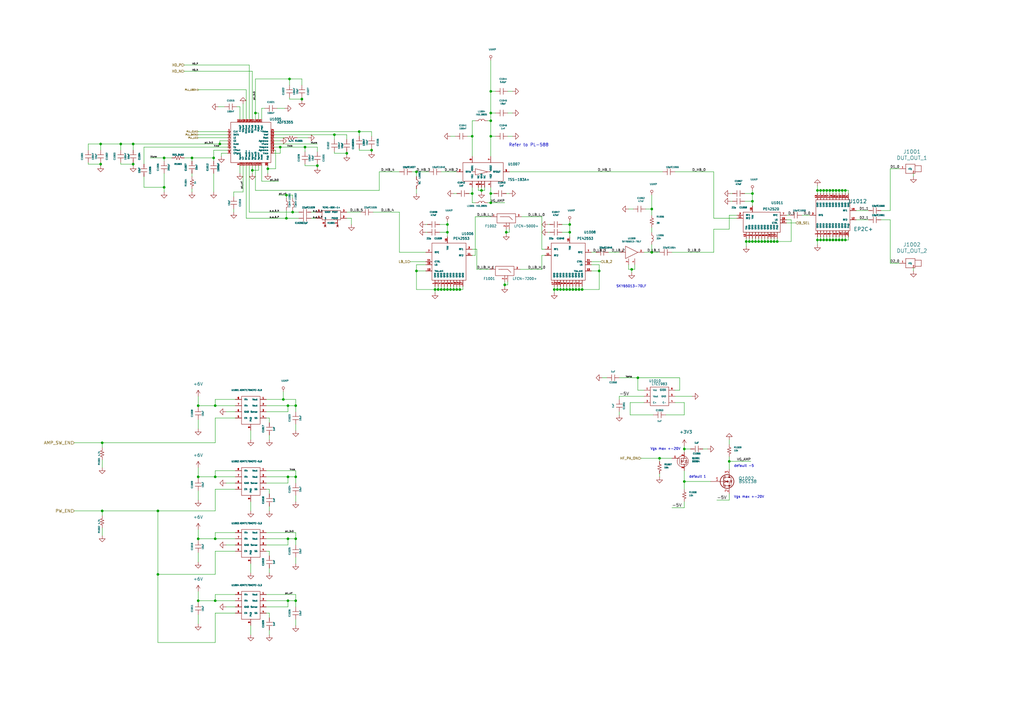
<source format=kicad_sch>
(kicad_sch (version 20211123) (generator eeschema)
  (paper "A3")
  (junction (at 337.82 78.105))
  (junction (at 201.295 37.465))
  (junction (at 229.87 118.745))
  (junction (at 179.705 118.745))
  (junction (at 187.325 118.745))
  (junction (at 346.71 78.105))
  (junction (at 118.11 220.98))
  (junction (at 308.61 79.375))
  (junction (at 183.515 95.25))
  (junction (at 123.825 40.64))
  (junction (at 103.505 69.85))
  (junction (at 130.175 67.945))
  (junction (at 188.595 118.745))
  (junction (at 180.975 118.745))
  (junction (at 67.31 76.835))
  (junction (at 90.17 59.055))
  (junction (at 233.68 92.075))
  (junction (at 117.475 80.01))
  (junction (at 346.71 98.425))
  (junction (at 227.33 118.745))
  (junction (at 81.28 246.38))
  (junction (at 186.055 118.745))
  (junction (at 207.01 116.84))
  (junction (at 41.275 67.31))
  (junction (at 238.76 118.745))
  (junction (at 120.015 86.995))
  (junction (at 121.285 166.37))
  (junction (at 308.61 82.55))
  (junction (at 335.28 98.425))
  (junction (at 299.085 189.23))
  (junction (at 81.28 166.37))
  (junction (at 340.36 98.425))
  (junction (at 193.675 79.375))
  (junction (at 228.6 118.745))
  (junction (at 339.09 78.105))
  (junction (at 64.77 235.585))
  (junction (at 54.61 59.055))
  (junction (at 201.295 49.53))
  (junction (at 170.815 111.125))
  (junction (at 345.44 78.105))
  (junction (at 88.265 220.98))
  (junction (at 87.63 64.77))
  (junction (at 261.62 154.94))
  (junction (at 312.42 99.06))
  (junction (at 280.67 184.15))
  (junction (at 316.23 99.06))
  (junction (at 280.67 197.485))
  (junction (at 114.935 60.325))
  (junction (at 183.515 118.745))
  (junction (at 201.295 46.355))
  (junction (at 233.68 95.25))
  (junction (at 104.775 46.355))
  (junction (at 117.475 89.535))
  (junction (at 152.4 61.595))
  (junction (at 267.335 85.725))
  (junction (at 118.745 32.385))
  (junction (at 231.14 118.745))
  (junction (at 237.49 118.745))
  (junction (at 317.5 99.06))
  (junction (at 142.24 62.865))
  (junction (at 88.265 195.58))
  (junction (at 336.55 98.425))
  (junction (at 270.51 187.96))
  (junction (at 234.95 118.745))
  (junction (at 309.88 99.06))
  (junction (at 78.74 64.77))
  (junction (at 339.09 98.425))
  (junction (at 313.69 99.06))
  (junction (at 201.295 79.375))
  (junction (at 340.36 78.105))
  (junction (at 335.28 78.105))
  (junction (at 267.335 103.505))
  (junction (at 201.295 55.88))
  (junction (at 81.28 195.58))
  (junction (at 193.675 55.88))
  (junction (at 259.08 110.49))
  (junction (at 64.77 209.55))
  (junction (at 116.205 163.83))
  (junction (at 308.61 99.06))
  (junction (at 182.245 118.745))
  (junction (at 311.15 99.06))
  (junction (at 41.91 181.61))
  (junction (at 318.77 99.06))
  (junction (at 118.11 166.37))
  (junction (at 245.745 111.125))
  (junction (at 118.11 195.58))
  (junction (at 41.275 59.055))
  (junction (at 201.295 83.185))
  (junction (at 125.095 60.325))
  (junction (at 233.68 118.745))
  (junction (at 341.63 98.425))
  (junction (at 342.9 98.425))
  (junction (at 81.28 220.98))
  (junction (at 207.645 95.25))
  (junction (at 345.44 98.425))
  (junction (at 197.485 78.105))
  (junction (at 337.82 98.425))
  (junction (at 121.285 195.58))
  (junction (at 342.9 78.105))
  (junction (at 121.285 220.98))
  (junction (at 341.63 78.105))
  (junction (at 306.07 99.06))
  (junction (at 54.61 67.31))
  (junction (at 109.855 69.215))
  (junction (at 183.515 92.075))
  (junction (at 49.53 59.055))
  (junction (at 88.265 246.38))
  (junction (at 178.435 118.745))
  (junction (at 41.91 209.55))
  (junction (at 147.32 53.975))
  (junction (at 232.41 118.745))
  (junction (at 236.22 118.745))
  (junction (at 67.31 64.77))
  (junction (at 314.96 99.06))
  (junction (at 88.265 166.37))
  (junction (at 307.34 99.06))
  (junction (at 121.285 246.38))
  (junction (at 137.16 55.245))
  (junction (at 170.815 70.485))
  (junction (at 184.785 118.745))
  (junction (at 344.17 98.425))
  (junction (at 344.17 78.105))
  (junction (at 336.55 78.105))
  (junction (at 118.11 246.38))
  (wire (pts (xy 299.72 82.55) (xy 300.355 82.55)))
  (wire (pts (xy 238.76 118.745) (xy 237.49 118.745)))
  (wire (pts (xy 125.095 67.945) (xy 125.095 67.31)))
  (wire (pts (xy 290.195 184.15) (xy 288.29 184.15)))
  (wire (pts (xy 88.265 200.66) (xy 96.52 200.66)))
  (wire (pts (xy 109.22 243.84) (xy 121.285 243.84)))
  (wire (pts (xy 299.085 93.98) (xy 299.085 88.265)))
  (wire (pts (xy 130.175 67.31) (xy 130.175 67.945)))
  (wire (pts (xy 137.16 57.15) (xy 137.16 55.245)))
  (wire (pts (xy 267.335 100.33) (xy 267.335 103.505)))
  (wire (pts (xy 109.22 246.38) (xy 118.11 246.38)))
  (wire (pts (xy 306.07 97.79) (xy 306.07 99.06)))
  (wire (pts (xy 81.28 195.58) (xy 81.28 196.215)))
  (wire (pts (xy 81.28 220.98) (xy 81.28 221.615)))
  (wire (pts (xy 365.125 90.17) (xy 365.125 107.95)))
  (wire (pts (xy 234.95 117.475) (xy 234.95 118.745)))
  (wire (pts (xy 142.24 62.23) (xy 142.24 62.865)))
  (wire (pts (xy 311.15 97.79) (xy 311.15 99.06)))
  (wire (pts (xy 41.275 66.675) (xy 41.275 67.31)))
  (wire (pts (xy 175.895 70.485) (xy 170.815 70.485)))
  (wire (pts (xy 182.245 118.745) (xy 180.975 118.745)))
  (wire (pts (xy 347.98 97.155) (xy 347.98 98.425)))
  (wire (pts (xy 208.915 95.25) (xy 207.645 95.25)))
  (wire (pts (xy 187.325 118.745) (xy 186.055 118.745)))
  (wire (pts (xy 59.055 72.39) (xy 59.055 76.835)))
  (wire (pts (xy 201.295 37.465) (xy 201.295 46.355)))
  (wire (pts (xy 118.11 246.38) (xy 121.285 246.38)))
  (wire (pts (xy 168.275 107.315) (xy 174.625 107.315)))
  (wire (pts (xy 41.91 211.455) (xy 41.91 209.55)))
  (wire (pts (xy 163.83 103.505) (xy 174.625 103.505)))
  (wire (pts (xy 278.765 160.02) (xy 278.765 154.94)))
  (wire (pts (xy 254 162.56) (xy 254 163.83)))
  (wire (pts (xy 201.295 79.375) (xy 201.295 76.835)))
  (wire (pts (xy 81.28 191.77) (xy 81.28 195.58)))
  (wire (pts (xy 224.79 92.075) (xy 225.425 92.075)))
  (wire (pts (xy 207.645 95.885) (xy 207.645 95.25)))
  (wire (pts (xy 245.745 108.585) (xy 245.745 111.125)))
  (wire (pts (xy 88.265 163.83) (xy 88.265 166.37)))
  (wire (pts (xy 117.475 89.535) (xy 122.555 89.535)))
  (wire (pts (xy 238.76 117.475) (xy 238.76 118.745)))
  (wire (pts (xy 87.63 61.595) (xy 87.63 64.77)))
  (wire (pts (xy 61.595 64.77) (xy 67.31 64.77)))
  (wire (pts (xy 314.96 99.06) (xy 313.69 99.06)))
  (wire (pts (xy 88.265 251.46) (xy 96.52 251.46)))
  (wire (pts (xy 264.795 85.725) (xy 267.335 85.725)))
  (wire (pts (xy 258.445 170.18) (xy 267.97 170.18)))
  (wire (pts (xy 179.705 117.475) (xy 179.705 118.745)))
  (wire (pts (xy 341.63 79.375) (xy 341.63 78.105)))
  (wire (pts (xy 342.9 97.155) (xy 342.9 98.425)))
  (wire (pts (xy 314.96 97.79) (xy 314.96 99.06)))
  (wire (pts (xy 110.49 258.445) (xy 110.49 260.35)))
  (wire (pts (xy 341.63 97.155) (xy 341.63 98.425)))
  (wire (pts (xy 67.31 76.835) (xy 67.31 71.12)))
  (wire (pts (xy 109.22 193.04) (xy 121.285 193.04)))
  (wire (pts (xy 345.44 79.375) (xy 345.44 78.105)))
  (wire (pts (xy 308.61 78.105) (xy 308.61 79.375)))
  (wire (pts (xy 283.21 184.15) (xy 280.67 184.15)))
  (wire (pts (xy 67.31 78.74) (xy 67.31 76.835)))
  (wire (pts (xy 178.435 118.745) (xy 178.435 120.015)))
  (wire (pts (xy 340.36 79.375) (xy 340.36 78.105)))
  (wire (pts (xy 95.885 85.725) (xy 95.885 86.995)))
  (wire (pts (xy 180.975 117.475) (xy 180.975 118.745)))
  (wire (pts (xy 114.935 62.865) (xy 112.395 62.865)))
  (wire (pts (xy 275.59 208.28) (xy 280.67 208.28)))
  (wire (pts (xy 109.22 220.98) (xy 118.11 220.98)))
  (wire (pts (xy 242.57 111.125) (xy 245.745 111.125)))
  (wire (pts (xy 96.52 246.38) (xy 88.265 246.38)))
  (wire (pts (xy 174.625 108.585) (xy 170.815 108.585)))
  (wire (pts (xy 193.675 102.235) (xy 195.58 102.235)))
  (wire (pts (xy 102.87 256.54) (xy 102.87 260.35)))
  (wire (pts (xy 113.03 69.215) (xy 113.03 61.595)))
  (wire (pts (xy 193.675 49.53) (xy 193.675 55.88)))
  (wire (pts (xy 189.865 118.745) (xy 188.595 118.745)))
  (wire (pts (xy 192.405 79.375) (xy 193.675 79.375)))
  (wire (pts (xy 109.855 71.12) (xy 109.855 69.215)))
  (wire (pts (xy 96.52 168.91) (xy 92.71 168.91)))
  (wire (pts (xy 118.11 195.58) (xy 121.285 195.58)))
  (wire (pts (xy 123.825 40.64) (xy 123.825 41.275)))
  (wire (pts (xy 117.475 81.28) (xy 117.475 80.01)))
  (wire (pts (xy 100.965 89.535) (xy 117.475 89.535)))
  (wire (pts (xy 194.945 83.185) (xy 193.675 83.185)))
  (wire (pts (xy 118.11 166.37) (xy 121.285 166.37)))
  (wire (pts (xy 75.565 29.21) (xy 103.505 29.21)))
  (wire (pts (xy 184.785 55.88) (xy 186.69 55.88)))
  (wire (pts (xy 107.315 44.45) (xy 108.585 44.45)))
  (wire (pts (xy 299.085 205.105) (xy 299.085 202.565)))
  (wire (pts (xy 201.295 49.53) (xy 201.295 46.355)))
  (wire (pts (xy 88.265 220.98) (xy 81.28 220.98)))
  (wire (pts (xy 305.435 79.375) (xy 308.61 79.375)))
  (wire (pts (xy 112.395 53.975) (xy 147.32 53.975)))
  (wire (pts (xy 307.34 99.06) (xy 306.07 99.06)))
  (wire (pts (xy 116.84 56.515) (xy 112.395 56.515)))
  (wire (pts (xy 337.82 79.375) (xy 337.82 78.105)))
  (wire (pts (xy 336.55 78.105) (xy 335.28 78.105)))
  (wire (pts (xy 137.16 55.245) (xy 142.24 55.245)))
  (wire (pts (xy 267.335 80.01) (xy 267.335 85.725)))
  (wire (pts (xy 112.395 59.055) (xy 130.175 59.055)))
  (wire (pts (xy 324.485 99.06) (xy 318.77 99.06)))
  (wire (pts (xy 236.22 117.475) (xy 236.22 118.745)))
  (wire (pts (xy 88.265 235.585) (xy 64.77 235.585)))
  (wire (pts (xy 168.91 70.485) (xy 170.815 70.485)))
  (wire (pts (xy 81.28 242.57) (xy 81.28 246.38)))
  (wire (pts (xy 227.33 117.475) (xy 227.33 118.745)))
  (wire (pts (xy 208.915 70.485) (xy 271.78 70.485)))
  (wire (pts (xy 345.44 98.425) (xy 344.17 98.425)))
  (wire (pts (xy 244.475 103.505) (xy 242.57 103.505)))
  (wire (pts (xy 230.505 95.25) (xy 233.68 95.25)))
  (wire (pts (xy 270.51 195.58) (xy 270.51 194.31)))
  (wire (pts (xy 93.345 55.245) (xy 81.28 55.245)))
  (wire (pts (xy 110.49 171.45) (xy 110.49 173.355)))
  (wire (pts (xy 292.735 103.505) (xy 292.735 93.98)))
  (wire (pts (xy 117.475 86.36) (xy 117.475 89.535)))
  (wire (pts (xy 102.87 176.53) (xy 102.87 180.34)))
  (wire (pts (xy 170.815 70.485) (xy 170.815 72.39)))
  (wire (pts (xy 137.16 62.865) (xy 137.16 62.23)))
  (wire (pts (xy 59.055 76.835) (xy 67.31 76.835)))
  (wire (pts (xy 49.53 59.055) (xy 41.275 59.055)))
  (wire (pts (xy 104.775 32.385) (xy 118.745 32.385)))
  (wire (pts (xy 152.4 61.595) (xy 152.4 62.23)))
  (wire (pts (xy 107.315 67.945) (xy 107.315 74.295)))
  (wire (pts (xy 335.28 78.105) (xy 335.28 76.2)))
  (wire (pts (xy 223.52 104.775) (xy 222.25 104.775)))
  (wire (pts (xy 109.855 69.215) (xy 109.855 67.945)))
  (wire (pts (xy 280.67 197.485) (xy 280.67 200.66)))
  (wire (pts (xy 109.855 69.215) (xy 113.03 69.215)))
  (wire (pts (xy 186.055 117.475) (xy 186.055 118.745)))
  (wire (pts (xy 267.335 85.725) (xy 267.335 88.265)))
  (wire (pts (xy 180.975 118.745) (xy 179.705 118.745)))
  (wire (pts (xy 195.58 102.235) (xy 195.58 110.49)))
  (wire (pts (xy 210.185 55.88) (xy 208.28 55.88)))
  (wire (pts (xy 109.22 171.45) (xy 110.49 171.45)))
  (wire (pts (xy 112.395 55.245) (xy 137.16 55.245)))
  (wire (pts (xy 170.815 77.47) (xy 170.815 79.375)))
  (wire (pts (xy 110.49 251.46) (xy 110.49 253.365)))
  (wire (pts (xy 365.125 107.95) (xy 368.935 107.95)))
  (wire (pts (xy 203.2 55.88) (xy 201.295 55.88)))
  (wire (pts (xy 196.215 78.105) (xy 196.215 76.835)))
  (wire (pts (xy 258.445 165.1) (xy 258.445 170.18)))
  (wire (pts (xy 96.52 243.84) (xy 88.265 243.84)))
  (wire (pts (xy 270.51 187.96) (xy 262.89 187.96)))
  (wire (pts (xy 109.22 163.83) (xy 116.205 163.83)))
  (wire (pts (xy 183.515 95.25) (xy 183.515 97.155)))
  (wire (pts (xy 130.175 67.945) (xy 125.095 67.945)))
  (wire (pts (xy 109.22 200.66) (xy 110.49 200.66)))
  (wire (pts (xy 236.22 118.745) (xy 234.95 118.745)))
  (wire (pts (xy 102.87 205.74) (xy 102.87 209.55)))
  (wire (pts (xy 121.285 243.84) (xy 121.285 246.38)))
  (wire (pts (xy 121.285 246.38) (xy 121.285 248.92)))
  (wire (pts (xy 317.5 99.06) (xy 316.23 99.06)))
  (wire (pts (xy 335.28 79.375) (xy 335.28 78.105)))
  (wire (pts (xy 180.34 92.075) (xy 183.515 92.075)))
  (wire (pts (xy 231.14 118.745) (xy 229.87 118.745)))
  (wire (pts (xy 78.74 77.47) (xy 78.74 78.74)))
  (wire (pts (xy 374.65 71.12) (xy 374.65 72.39)))
  (wire (pts (xy 121.285 218.44) (xy 121.285 220.98)))
  (wire (pts (xy 127.635 89.535) (xy 129.54 89.535)))
  (wire (pts (xy 123.825 32.385) (xy 123.825 34.925)))
  (wire (pts (xy 292.735 93.98) (xy 299.085 93.98)))
  (wire (pts (xy 336.55 97.155) (xy 336.55 98.425)))
  (wire (pts (xy 49.53 59.055) (xy 54.61 59.055)))
  (wire (pts (xy 93.345 57.785) (xy 90.17 57.785)))
  (wire (pts (xy 328.93 88.265) (xy 332.105 88.265)))
  (wire (pts (xy 197.485 78.105) (xy 198.755 78.105)))
  (wire (pts (xy 316.23 97.79) (xy 316.23 99.06)))
  (wire (pts (xy 308.61 82.55) (xy 308.61 84.455)))
  (wire (pts (xy 276.86 70.485) (xy 292.735 70.485)))
  (wire (pts (xy 36.195 59.055) (xy 41.275 59.055)))
  (wire (pts (xy 144.145 89.535) (xy 144.145 92.075)))
  (wire (pts (xy 120.015 86.995) (xy 120.015 86.36)))
  (wire (pts (xy 278.765 154.94) (xy 261.62 154.94)))
  (wire (pts (xy 260.35 110.49) (xy 259.08 110.49)))
  (wire (pts (xy 356.235 90.17) (xy 351.155 90.17)))
  (wire (pts (xy 365.125 86.36) (xy 365.125 69.215)))
  (wire (pts (xy 147.955 86.995) (xy 142.24 86.995)))
  (wire (pts (xy 88.265 243.84) (xy 88.265 246.38)))
  (wire (pts (xy 316.23 99.06) (xy 314.96 99.06)))
  (wire (pts (xy 106.045 46.355) (xy 106.045 48.895)))
  (wire (pts (xy 174.625 111.125) (xy 170.815 111.125)))
  (wire (pts (xy 93.345 53.975) (xy 81.28 53.975)))
  (wire (pts (xy 110.49 226.06) (xy 110.49 227.965)))
  (wire (pts (xy 107.315 74.295) (xy 114.3 74.295)))
  (wire (pts (xy 195.58 110.49) (xy 200.66 110.49)))
  (wire (pts (xy 102.87 231.14) (xy 102.87 234.95)))
  (wire (pts (xy 41.91 181.61) (xy 88.265 181.61)))
  (wire (pts (xy 152.4 61.595) (xy 147.32 61.595)))
  (wire (pts (xy 200.025 49.53) (xy 201.295 49.53)))
  (wire (pts (xy 193.675 79.375) (xy 193.675 76.835)))
  (wire (pts (xy 81.28 217.17) (xy 81.28 220.98)))
  (wire (pts (xy 118.745 40.64) (xy 118.745 40.005)))
  (wire (pts (xy 118.745 32.385) (xy 118.745 34.925)))
  (wire (pts (xy 339.09 98.425) (xy 337.82 98.425)))
  (wire (pts (xy 307.34 97.79) (xy 307.34 99.06)))
  (wire (pts (xy 229.87 118.745) (xy 228.6 118.745)))
  (wire (pts (xy 59.055 60.325) (xy 59.055 67.31)))
  (wire (pts (xy 259.08 110.49) (xy 257.81 110.49)))
  (wire (pts (xy 346.71 78.105) (xy 345.44 78.105)))
  (wire (pts (xy 88.265 226.06) (xy 88.265 235.585)))
  (wire (pts (xy 346.71 79.375) (xy 346.71 78.105)))
  (wire (pts (xy 87.63 71.12) (xy 87.63 78.74)))
  (wire (pts (xy 117.475 80.01) (xy 120.015 80.01)))
  (wire (pts (xy 98.425 67.945) (xy 98.425 71.12)))
  (wire (pts (xy 123.825 40.005) (xy 123.825 40.64)))
  (wire (pts (xy 299.085 189.23) (xy 307.975 189.23)))
  (wire (pts (xy 280.67 170.18) (xy 273.05 170.18)))
  (wire (pts (xy 109.22 195.58) (xy 118.11 195.58)))
  (wire (pts (xy 344.17 79.375) (xy 344.17 78.105)))
  (wire (pts (xy 318.77 99.06) (xy 317.5 99.06)))
  (wire (pts (xy 118.11 198.12) (xy 118.11 195.58)))
  (wire (pts (xy 208.915 79.375) (xy 207.645 79.375)))
  (wire (pts (xy 299.085 88.265) (xy 302.26 88.265)))
  (wire (pts (xy 41.91 188.595) (xy 41.91 191.77)))
  (wire (pts (xy 228.6 118.745) (xy 227.33 118.745)))
  (wire (pts (xy 116.205 163.83) (xy 121.285 163.83)))
  (wire (pts (xy 78.74 71.12) (xy 78.74 72.39)))
  (wire (pts (xy 365.125 69.215) (xy 368.935 69.215)))
  (wire (pts (xy 96.52 193.04) (xy 88.265 193.04)))
  (wire (pts (xy 116.84 44.45) (xy 113.665 44.45)))
  (wire (pts (xy 305.435 82.55) (xy 308.61 82.55)))
  (wire (pts (xy 191.77 55.88) (xy 193.675 55.88)))
  (wire (pts (xy 207.645 93.98) (xy 207.645 95.25)))
  (wire (pts (xy 280.67 193.04) (xy 280.67 197.485)))
  (wire (pts (xy 201.295 49.53) (xy 201.295 55.88)))
  (wire (pts (xy 110.49 233.045) (xy 110.49 234.95)))
  (wire (pts (xy 291.465 197.485) (xy 280.67 197.485)))
  (wire (pts (xy 260.35 108.585) (xy 260.35 110.49)))
  (wire (pts (xy 317.5 97.79) (xy 317.5 99.06)))
  (wire (pts (xy 178.435 117.475) (xy 178.435 118.745)))
  (wire (pts (xy 336.55 79.375) (xy 336.55 78.105)))
  (wire (pts (xy 118.11 248.92) (xy 118.11 246.38)))
  (wire (pts (xy 147.32 55.88) (xy 147.32 53.975)))
  (wire (pts (xy 345.44 97.155) (xy 345.44 98.425)))
  (wire (pts (xy 280.67 184.15) (xy 280.67 185.42)))
  (wire (pts (xy 344.17 98.425) (xy 342.9 98.425)))
  (wire (pts (xy 345.44 78.105) (xy 344.17 78.105)))
  (wire (pts (xy 102.235 26.67) (xy 102.235 48.895)))
  (wire (pts (xy 267.335 93.345) (xy 267.335 95.25)))
  (wire (pts (xy 254 168.91) (xy 254 170.18)))
  (wire (pts (xy 322.58 90.17) (xy 324.485 90.17)))
  (wire (pts (xy 118.11 168.91) (xy 118.11 166.37)))
  (wire (pts (xy 109.22 218.44) (xy 121.285 218.44)))
  (wire (pts (xy 197.485 76.835) (xy 197.485 78.105)))
  (wire (pts (xy 121.285 193.04) (xy 121.285 195.58)))
  (wire (pts (xy 88.265 251.46) (xy 88.265 263.525)))
  (wire (pts (xy 230.505 92.075) (xy 233.68 92.075)))
  (wire (pts (xy 318.77 97.79) (xy 318.77 99.06)))
  (wire (pts (xy 41.275 67.31) (xy 41.275 67.945)))
  (wire (pts (xy 201.295 37.465) (xy 201.295 24.765)))
  (wire (pts (xy 254 154.94) (xy 261.62 154.94)))
  (wire (pts (xy 142.24 62.865) (xy 137.16 62.865)))
  (wire (pts (xy 223.52 102.235) (xy 222.25 102.235)))
  (wire (pts (xy 313.69 99.06) (xy 312.42 99.06)))
  (wire (pts (xy 186.055 118.745) (xy 184.785 118.745)))
  (wire (pts (xy 127.635 86.995) (xy 129.54 86.995)))
  (wire (pts (xy 201.295 83.185) (xy 201.295 79.375)))
  (wire (pts (xy 200.025 83.185) (xy 201.295 83.185)))
  (wire (pts (xy 98.425 43.815) (xy 98.425 48.895)))
  (wire (pts (xy 207.01 117.475) (xy 207.01 116.84)))
  (wire (pts (xy 227.33 118.745) (xy 227.33 120.015)))
  (wire (pts (xy 64.77 209.55) (xy 88.265 209.55)))
  (wire (pts (xy 270.51 187.96) (xy 270.51 189.23)))
  (wire (pts (xy 242.57 108.585) (xy 245.745 108.585)))
  (wire (pts (xy 308.61 99.06) (xy 307.34 99.06)))
  (wire (pts (xy 308.61 79.375) (xy 308.61 82.55)))
  (wire (pts (xy 193.675 104.775) (xy 194.945 104.775)))
  (wire (pts (xy 88.265 171.45) (xy 96.52 171.45)))
  (wire (pts (xy 104.775 46.355) (xy 104.775 48.895)))
  (wire (pts (xy 109.22 248.92) (xy 118.11 248.92)))
  (wire (pts (xy 232.41 118.745) (xy 231.14 118.745)))
  (wire (pts (xy 339.09 79.375) (xy 339.09 78.105)))
  (wire (pts (xy 121.285 166.37) (xy 121.285 168.91)))
  (wire (pts (xy 275.59 103.505) (xy 292.735 103.505)))
  (wire (pts (xy 347.98 98.425) (xy 346.71 98.425)))
  (wire (pts (xy 112.395 60.325) (xy 114.935 60.325)))
  (wire (pts (xy 210.185 46.355) (xy 208.28 46.355)))
  (wire (pts (xy 197.485 78.105) (xy 196.215 78.105)))
  (wire (pts (xy 81.28 172.085) (xy 81.28 175.895)))
  (wire (pts (xy 81.28 166.37) (xy 81.28 167.005)))
  (wire (pts (xy 351.155 86.36) (xy 356.235 86.36)))
  (wire (pts (xy 93.345 61.595) (xy 87.63 61.595)))
  (wire (pts (xy 339.09 78.105) (xy 337.82 78.105)))
  (wire (pts (xy 280.67 182.88) (xy 280.67 184.15)))
  (wire (pts (xy 54.61 59.055) (xy 90.17 59.055)))
  (wire (pts (xy 299.085 187.325) (xy 299.085 189.23)))
  (wire (pts (xy 312.42 99.06) (xy 311.15 99.06)))
  (wire (pts (xy 103.505 69.85) (xy 103.505 71.12)))
  (wire (pts (xy 54.61 67.31) (xy 49.53 67.31)))
  (wire (pts (xy 183.515 118.745) (xy 182.245 118.745)))
  (wire (pts (xy 202.565 79.375) (xy 201.295 79.375)))
  (wire (pts (xy 90.17 59.055) (xy 93.345 59.055)))
  (wire (pts (xy 87.63 64.77) (xy 87.63 66.04)))
  (wire (pts (xy 67.31 64.77) (xy 70.485 64.77)))
  (wire (pts (xy 237.49 118.745) (xy 236.22 118.745)))
  (wire (pts (xy 104.775 78.105) (xy 155.575 78.105)))
  (wire (pts (xy 120.015 80.01) (xy 120.015 81.28)))
  (wire (pts (xy 232.41 117.475) (xy 232.41 118.745)))
  (wire (pts (xy 99.695 67.945) (xy 99.695 78.74)))
  (wire (pts (xy 130.175 60.325) (xy 130.175 62.23)))
  (wire (pts (xy 233.68 90.805) (xy 233.68 92.075)))
  (wire (pts (xy 64.77 263.525) (xy 64.77 235.585)))
  (wire (pts (xy 81.28 36.83) (xy 100.965 36.83)))
  (wire (pts (xy 313.69 97.79) (xy 313.69 99.06)))
  (wire (pts (xy 88.265 193.04) (xy 88.265 195.58)))
  (wire (pts (xy 99.695 78.74) (xy 95.885 78.74)))
  (wire (pts (xy 106.045 69.85) (xy 103.505 69.85)))
  (wire (pts (xy 276.86 165.1) (xy 280.67 165.1)))
  (wire (pts (xy 109.22 168.91) (xy 118.11 168.91)))
  (wire (pts (xy 125.095 60.325) (xy 130.175 60.325)))
  (wire (pts (xy 102.235 86.995) (xy 102.235 67.945)))
  (wire (pts (xy 67.31 64.77) (xy 67.31 66.04)))
  (wire (pts (xy 311.15 99.06) (xy 309.88 99.06)))
  (wire (pts (xy 90.17 57.785) (xy 90.17 59.055)))
  (wire (pts (xy 326.39 91.44) (xy 322.58 91.44)))
  (wire (pts (xy 194.945 88.9) (xy 201.295 88.9)))
  (wire (pts (xy 324.485 90.17) (xy 324.485 99.06)))
  (wire (pts (xy 340.36 78.105) (xy 339.09 78.105)))
  (wire (pts (xy 347.98 78.105) (xy 346.71 78.105)))
  (wire (pts (xy 88.265 209.55) (xy 88.265 200.66)))
  (wire (pts (xy 233.68 92.075) (xy 233.68 95.25)))
  (wire (pts (xy 100.965 36.83) (xy 100.965 48.895)))
  (wire (pts (xy 30.48 209.55) (xy 41.91 209.55)))
  (wire (pts (xy 96.52 163.83) (xy 88.265 163.83)))
  (wire (pts (xy 180.34 95.25) (xy 183.515 95.25)))
  (wire (pts (xy 374.65 109.855) (xy 374.65 111.125)))
  (wire (pts (xy 184.785 117.475) (xy 184.785 118.745)))
  (wire (pts (xy 233.68 95.25) (xy 233.68 97.155)))
  (wire (pts (xy 75.565 26.67) (xy 102.235 26.67)))
  (wire (pts (xy 116.205 160.655) (xy 116.205 163.83)))
  (wire (pts (xy 257.81 85.725) (xy 259.715 85.725)))
  (wire (pts (xy 97.155 43.815) (xy 98.425 43.815)))
  (wire (pts (xy 249.555 103.505) (xy 254 103.505)))
  (wire (pts (xy 103.505 29.21) (xy 103.505 48.895)))
  (wire (pts (xy 142.24 89.535) (xy 144.145 89.535)))
  (wire (pts (xy 121.285 220.98) (xy 121.285 223.52)))
  (wire (pts (xy 109.22 198.12) (xy 118.11 198.12)))
  (wire (pts (xy 170.815 118.745) (xy 178.435 118.745)))
  (wire (pts (xy 245.745 118.745) (xy 238.76 118.745)))
  (wire (pts (xy 228.6 117.475) (xy 228.6 118.745)))
  (wire (pts (xy 180.975 70.485) (xy 187.325 70.485)))
  (wire (pts (xy 179.705 118.745) (xy 178.435 118.745)))
  (wire (pts (xy 96.52 220.98) (xy 88.265 220.98)))
  (wire (pts (xy 110.49 200.66) (xy 110.49 202.565)))
  (wire (pts (xy 342.9 78.105) (xy 341.63 78.105)))
  (wire (pts (xy 264.16 162.56) (xy 254 162.56)))
  (wire (pts (xy 344.17 78.105) (xy 342.9 78.105)))
  (wire (pts (xy 152.4 53.975) (xy 152.4 55.88)))
  (wire (pts (xy 276.86 160.02) (xy 278.765 160.02)))
  (wire (pts (xy 155.575 78.105) (xy 155.575 70.485)))
  (wire (pts (xy 41.91 209.55) (xy 64.77 209.55)))
  (wire (pts (xy 153.035 86.995) (xy 163.83 86.995)))
  (wire (pts (xy 280.67 165.1) (xy 280.67 170.18)))
  (wire (pts (xy 208.915 93.98) (xy 208.915 95.25)))
  (wire (pts (xy 188.595 117.475) (xy 188.595 118.745)))
  (wire (pts (xy 341.63 98.425) (xy 340.36 98.425)))
  (wire (pts (xy 170.815 108.585) (xy 170.815 111.125)))
  (wire (pts (xy 280.67 208.28) (xy 280.67 205.74)))
  (wire (pts (xy 259.08 111.76) (xy 259.08 110.49)))
  (wire (pts (xy 121.285 254) (xy 121.285 256.54)))
  (wire (pts (xy 109.22 166.37) (xy 118.11 166.37)))
  (wire (pts (xy 78.74 64.77) (xy 87.63 64.77)))
  (wire (pts (xy 246.38 107.315) (xy 242.57 107.315)))
  (wire (pts (xy 121.285 173.99) (xy 121.285 176.53)))
  (wire (pts (xy 78.74 66.04) (xy 78.74 64.77)))
  (wire (pts (xy 201.295 46.355) (xy 203.2 46.355)))
  (wire (pts (xy 201.295 37.465) (xy 203.2 37.465)))
  (wire (pts (xy 292.735 89.535) (xy 302.26 89.535)))
  (wire (pts (xy 90.805 62.865) (xy 90.805 64.135)))
  (wire (pts (xy 59.055 60.325) (xy 93.345 60.325)))
  (wire (pts (xy 96.52 223.52) (xy 92.71 223.52)))
  (wire (pts (xy 88.265 246.38) (xy 81.28 246.38)))
  (wire (pts (xy 99.695 42.545) (xy 99.695 48.895)))
  (wire (pts (xy 194.945 104.775) (xy 194.945 88.9)))
  (wire (pts (xy 36.195 67.31) (xy 36.195 66.675)))
  (wire (pts (xy 81.28 246.38) (xy 81.28 247.015)))
  (wire (pts (xy 347.98 79.375) (xy 347.98 78.105)))
  (wire (pts (xy 100.965 89.535) (xy 100.965 67.945)))
  (wire (pts (xy 123.825 40.64) (xy 118.745 40.64)))
  (wire (pts (xy 104.775 67.945) (xy 104.775 78.105)))
  (wire (pts (xy 245.745 111.125) (xy 245.745 118.745)))
  (wire (pts (xy 174.625 92.075) (xy 175.26 92.075)))
  (wire (pts (xy 64.77 235.585) (xy 64.77 209.55)))
  (wire (pts (xy 104.775 46.355) (xy 106.045 46.355)))
  (wire (pts (xy 49.53 59.055) (xy 49.53 61.595)))
  (wire (pts (xy 114.935 60.325) (xy 114.935 62.865)))
  (wire (pts (xy 233.68 118.745) (xy 232.41 118.745)))
  (wire (pts (xy 81.28 201.295) (xy 81.28 205.105)))
  (wire (pts (xy 110.49 178.435) (xy 110.49 180.34)))
  (wire (pts (xy 207.01 115.57) (xy 207.01 116.84)))
  (wire (pts (xy 183.515 92.075) (xy 183.515 95.25)))
  (wire (pts (xy 361.315 86.36) (xy 365.125 86.36)))
  (wire (pts (xy 335.28 98.425) (xy 335.28 100.33)))
  (wire (pts (xy 110.49 207.645) (xy 110.49 209.55)))
  (wire (pts (xy 189.865 117.475) (xy 189.865 118.745)))
  (wire (pts (xy 337.82 78.105) (xy 336.55 78.105)))
  (wire (pts (xy 121.285 195.58) (xy 121.285 198.12)))
  (wire (pts (xy 93.345 56.515) (xy 81.28 56.515)))
  (wire (pts (xy 96.52 195.58) (xy 88.265 195.58)))
  (wire (pts (xy 152.4 60.96) (xy 152.4 61.595)))
  (wire (pts (xy 30.48 181.61) (xy 41.91 181.61)))
  (wire (pts (xy 36.195 59.055) (xy 36.195 61.595)))
  (wire (pts (xy 88.265 226.06) (xy 96.52 226.06)))
  (wire (pts (xy 237.49 117.475) (xy 237.49 118.745)))
  (wire (pts (xy 187.325 117.475) (xy 187.325 118.745)))
  (wire (pts (xy 54.61 66.675) (xy 54.61 67.31)))
  (wire (pts (xy 183.515 117.475) (xy 183.515 118.745)))
  (wire (pts (xy 88.265 166.37) (xy 81.28 166.37)))
  (wire (pts (xy 54.61 67.31) (xy 54.61 67.945)))
  (wire (pts (xy 113.03 61.595) (xy 112.395 61.595)))
  (wire (pts (xy 229.87 117.475) (xy 229.87 118.745)))
  (wire (pts (xy 121.285 203.2) (xy 121.285 205.74)))
  (wire (pts (xy 193.675 83.185) (xy 193.675 79.375)))
  (wire (pts (xy 275.59 187.96) (xy 270.51 187.96)))
  (wire (pts (xy 121.285 228.6) (xy 121.285 231.14)))
  (wire (pts (xy 193.675 55.88) (xy 193.675 64.135)))
  (wire (pts (xy 41.91 216.535) (xy 41.91 219.71)))
  (wire (pts (xy 342.9 98.425) (xy 341.63 98.425)))
  (wire (pts (xy 155.575 70.485) (xy 163.83 70.485)))
  (wire (pts (xy 118.11 220.98) (xy 121.285 220.98)))
  (wire (pts (xy 96.52 248.92) (xy 92.71 248.92)))
  (wire (pts (xy 336.55 98.425) (xy 335.28 98.425)))
  (wire (pts (xy 125.095 62.23) (xy 125.095 60.325)))
  (wire (pts (xy 88.265 218.44) (xy 88.265 220.98)))
  (wire (pts (xy 339.09 97.155) (xy 339.09 98.425)))
  (wire (pts (xy 340.36 98.425) (xy 339.09 98.425)))
  (wire (pts (xy 213.36 110.49) (xy 222.25 110.49)))
  (wire (pts (xy 41.91 183.515) (xy 41.91 181.61)))
  (wire (pts (xy 96.52 166.37) (xy 88.265 166.37)))
  (wire (pts (xy 106.045 67.945) (xy 106.045 69.85)))
  (wire (pts (xy 257.81 110.49) (xy 257.81 108.585)))
  (wire (pts (xy 170.815 111.125) (xy 170.815 118.745)))
  (wire (pts (xy 346.71 97.155) (xy 346.71 98.425)))
  (wire (pts (xy 194.945 49.53) (xy 193.675 49.53)))
  (wire (pts (xy 109.22 223.52) (xy 118.11 223.52)))
  (wire (pts (xy 213.995 88.9) (xy 222.25 88.9)))
  (wire (pts (xy 233.68 117.475) (xy 233.68 118.745)))
  (wire (pts (xy 344.17 97.155) (xy 344.17 98.425)))
  (wire (pts (xy 208.28 115.57) (xy 208.28 116.84)))
  (wire (pts (xy 294.005 205.105) (xy 299.085 205.105)))
  (wire (pts (xy 337.82 97.155) (xy 337.82 98.425)))
  (wire (pts (xy 341.63 78.105) (xy 340.36 78.105)))
  (wire (pts (xy 312.42 97.79) (xy 312.42 99.06)))
  (wire (pts (xy 222.25 102.235) (xy 222.25 88.9)))
  (wire (pts (xy 118.11 223.52) (xy 118.11 220.98)))
  (wire (pts (xy 231.14 117.475) (xy 231.14 118.745)))
  (wire (pts (xy 102.235 86.995) (xy 120.015 86.995)))
  (wire (pts (xy 126.365 56.515) (xy 121.92 56.515)))
  (wire (pts (xy 309.88 99.06) (xy 308.61 99.06)))
  (wire (pts (xy 109.22 226.06) (xy 110.49 226.06)))
  (wire (pts (xy 130.175 67.945) (xy 130.175 68.58)))
  (wire (pts (xy 103.505 67.945) (xy 103.505 69.85)))
  (wire (pts (xy 222.25 104.775) (xy 222.25 110.49)))
  (wire (pts (xy 81.28 252.095) (xy 81.28 255.905)))
  (wire (pts (xy 81.28 162.56) (xy 81.28 166.37)))
  (wire (pts (xy 114.3 80.01) (xy 117.475 80.01)))
  (wire (pts (xy 248.92 154.94) (xy 247.015 154.94)))
  (wire (pts (xy 93.345 62.865) (xy 90.805 62.865)))
  (wire (pts (xy 88.265 263.525) (xy 64.77 263.525)))
  (wire (pts (xy 210.185 37.465) (xy 208.28 37.465)))
  (wire (pts (xy 49.53 67.31) (xy 49.53 66.675)))
  (wire (pts (xy 283.845 162.56) (xy 276.86 162.56)))
  (wire (pts (xy 306.07 99.06) (xy 306.07 100.965)))
  (wire (pts (xy 120.015 86.995) (xy 122.555 86.995)))
  (wire (pts (xy 342.9 79.375) (xy 342.9 78.105)))
  (wire (pts (xy 174.625 95.25) (xy 175.26 95.25)))
  (wire (pts (xy 109.22 251.46) (xy 110.49 251.46)))
  (wire (pts (xy 197.485 78.105) (xy 197.485 78.74)))
  (wire (pts (xy 292.735 70.485) (xy 292.735 89.535)))
  (wire (pts (xy 299.085 192.405) (xy 299.085 189.23)))
  (wire (pts (xy 92.075 43.815) (xy 89.535 43.815)))
  (wire (pts (xy 41.275 59.055) (xy 41.275 61.595)))
  (wire (pts (xy 299.72 79.375) (xy 300.355 79.375)))
  (wire (pts (xy 96.52 198.12) (xy 92.71 198.12)))
  (wire (pts (xy 198.755 78.105) (xy 198.755 76.835)))
  (wire (pts (xy 142.24 62.865) (xy 142.24 63.5)))
  (wire (pts (xy 75.565 64.77) (xy 78.74 64.77)))
  (wire (pts (xy 147.32 61.595) (xy 147.32 60.96)))
  (wire (pts (xy 337.82 98.425) (xy 336.55 98.425)))
  (wire (pts (xy 224.79 95.25) (xy 225.425 95.25)))
  (wire (pts (xy 261.62 154.94) (xy 261.62 160.02)))
  (wire (pts (xy 184.785 118.745) (xy 183.515 118.745)))
  (wire (pts (xy 114.935 57.785) (xy 112.395 57.785)))
  (wire (pts (xy 163.83 86.995) (xy 163.83 103.505)))
  (wire (pts (xy 142.24 55.245) (xy 142.24 57.15)))
  (wire (pts (xy 81.28 226.695) (xy 81.28 230.505)))
  (wire (pts (xy 95.885 78.74) (xy 95.885 80.645)))
  (wire (pts (xy 188.595 118.745) (xy 187.325 118.745)))
  (wire (pts (xy 234.95 118.745) (xy 233.68 118.745)))
  (wire (pts (xy 201.295 83.185) (xy 207.01 83.185)))
  (wire (pts (xy 88.265 171.45) (xy 88.265 181.61)))
  (wire (pts (xy 335.28 97.155) (xy 335.28 98.425)))
  (wire (pts (xy 114.935 60.325) (xy 125.095 60.325)))
  (wire (pts (xy 361.315 90.17) (xy 365.125 90.17)))
  (wire (pts (xy 340.36 97.155) (xy 340.36 98.425)))
  (wire (pts (xy 208.28 116.84) (xy 207.01 116.84)))
  (wire (pts (xy 121.285 163.83) (xy 121.285 166.37)))
  (wire (pts (xy 299.085 180.34) (xy 299.085 182.245)))
  (wire (pts (xy 346.71 98.425) (xy 345.44 98.425)))
  (wire (pts (xy 264.16 103.505) (xy 267.335 103.505)))
  (wire (pts (xy 261.62 160.02) (xy 264.16 160.02)))
  (wire (pts (xy 182.245 117.475) (xy 182.245 118.745)))
  (wire (pts (xy 118.745 32.385) (xy 123.825 32.385)))
  (wire (pts (xy 107.315 48.895) (xy 107.315 44.45)))
  (wire (pts (xy 267.335 103.505) (xy 270.51 103.505)))
  (wire (pts (xy 41.275 67.31) (xy 36.195 67.31)))
  (wire (pts (xy 104.775 32.385) (xy 104.775 46.355)))
  (wire (pts (xy 183.515 90.805) (xy 183.515 92.075)))
  (wire (pts (xy 186.055 79.375) (xy 187.325 79.375)))
  (wire (pts (xy 147.32 53.975) (xy 152.4 53.975)))
  (wire (pts (xy 308.61 97.79) (xy 308.61 99.06)))
  (wire (pts (xy 309.88 97.79) (xy 309.88 99.06)))
  (wire (pts (xy 201.295 55.88) (xy 201.295 64.135)))
  (wire (pts (xy 323.85 88.265) (xy 322.58 88.265)))
  (wire (pts (xy 96.52 218.44) (xy 88.265 218.44)))
  (wire (pts (xy 54.61 59.055) (xy 54.61 61.595)))
  (wire (pts (xy 264.16 165.1) (xy 258.445 165.1)))
  (wire (pts (xy 88.265 195.58) (xy 81.28 195.58)))
  (text "Vgs max +-20V" (at 300.99 204.47 0) (effects (font (size 0.9906 0.9906)) (justify left bottom)))
  (text "default 1" (at 282.575 196.215 0) (effects (font (size 0.9906 0.9906)) (justify left bottom)))
  (text "default -5" (at 300.99 191.77 0) (effects (font (size 0.9906 0.9906)) (justify left bottom)))
  (text " Refer to PL-588" (at 207.645 60.325 0) (effects (font (size 1.27 1.27)) (justify left bottom)))
  (text "SKY65013-70LF" (at 252.73 118.11 0) (effects (font (size 0.9906 0.9906)) (justify left bottom)))
  (text "Vgs max +-20V" (at 266.7 184.785 0) (effects (font (size 0.9906 0.9906)) (justify left bottom)))
  (label "D_LB_L_0" (at 216.535 88.9 0) (effects (font (size 0.9906 0.9906))))
  (label "D_LB_4" (at 156.21 86.995 0) (effects (font (size 0.9906 0.9906))))
  (label "p_a_0_N" (at 110.49 86.995 0) (effects (font (size 0.635 0.635))))
  (label "D_HB_0" (at 283.845 70.485 0) (effects (font (size 0.9906 0.9906))))
  (label "VG_AMP" (at 207.01 83.185 180) (effects (font (size 0.9906 0.9906))))
  (label "D_LB_0" (at 281.94 103.505 0) (effects (font (size 0.9906 0.9906))))
  (label "D_HB_2" (at 182.245 70.485 0) (effects (font (size 0.9906 0.9906))))
  (label "D2_0" (at 365.125 107.95 0) (effects (font (size 0.9906 0.9906))))
  (label "Vtune" (at 61.595 64.77 0) (effects (font (size 0.635 0.635))))
  (label "D_LB_H_0" (at 216.535 110.49 0) (effects (font (size 0.9906 0.9906))))
  (label "D_HB_3" (at 170.815 70.485 0) (effects (font (size 0.9906 0.9906))))
  (label "D1_0" (at 365.125 69.215 0) (effects (font (size 0.9906 0.9906))))
  (label "D_LB_1" (at 265.43 103.505 0) (effects (font (size 0.9906 0.9906))))
  (label "pll_3v3" (at 83.82 59.055 0) (effects (font (size 0.635 0.635))))
  (label "p_a_1_P" (at 128.27 89.535 0) (effects (font (size 0.635 0.635))))
  (label "D_LB_H_1" (at 195.58 110.49 0) (effects (font (size 0.9906 0.9906))))
  (label "D_LB_5" (at 143.51 86.995 0) (effects (font (size 0.9906 0.9906))))
  (label "D_LB_L_1" (at 195.58 88.9 0) (effects (font (size 0.9906 0.9906))))
  (label "D_HB_1" (at 245.11 70.485 0) (effects (font (size 0.9906 0.9906))))
  (label "-5V" (at 254 162.56 0))
  (label "Vamp" (at 256.54 154.94 0) (effects (font (size 0.635 0.635))))
  (label "p_a_0_P" (at 110.49 89.535 0) (effects (font (size 0.635 0.635))))
  (label "XO_P" (at 78.74 26.67 0) (effects (font (size 0.635 0.635))))
  (label "Vvco" (at 87.63 60.325 0) (effects (font (size 0.635 0.635))))
  (label "D_1" (at 323.215 88.265 0) (effects (font (size 0.9906 0.9906))))
  (label "pll_vrf" (at 114.3 80.01 0) (effects (font (size 0.635 0.635))))
  (label "D_LB_2" (at 250.825 103.505 0) (effects (font (size 0.9906 0.9906))))
  (label "-5V" (at 275.59 208.28 0))
  (label "D1_1" (at 352.425 86.36 0) (effects (font (size 0.9906 0.9906))))
  (label "pll_3v3" (at 104.775 37.465 270) (effects (font (size 0.635 0.635))))
  (label "D_LB_3" (at 243.205 103.505 0) (effects (font (size 0.9906 0.9906))))
  (label "XO_N" (at 78.74 29.21 0) (effects (font (size 0.635 0.635))))
  (label "-5V" (at 294.005 205.105 0))
  (label "D2_1" (at 352.425 90.17 0) (effects (font (size 0.9906 0.9906))))
  (label "VG_AMP" (at 307.975 189.23 180) (effects (font (size 0.9906 0.9906))))
  (label "pll_3v3" (at 114.3 74.295 180) (effects (font (size 0.635 0.635))))
  (label "Vvco" (at 120.015 60.325 180) (effects (font (size 0.635 0.635))))
  (label "D_HB_4" (at 156.21 70.485 0) (effects (font (size 0.9906 0.9906))))
  (label "Vvco" (at 118.745 193.04 0) (effects (font (size 0.635 0.635))))
  (label "p_a_1_N" (at 128.27 86.995 0) (effects (font (size 0.635 0.635))))
  (label "pll_vrf" (at 99.695 77.47 90) (effects (font (size 0.635 0.635))))
  (label "D_0" (at 329.565 88.265 0) (effects (font (size 0.9906 0.9906))))
  (label "pll_3v3" (at 116.84 218.44 0) (effects (font (size 0.635 0.635))))
  (label "pll_vrf" (at 116.84 243.84 0) (effects (font (size 0.635 0.635))))
  (label "Vtune" (at 130.175 59.055 180) (effects (font (size 0.635 0.635))))
  (hierarchical_label "LB_1" (shape input) (at 168.275 107.315 180) (effects (font (size 0.9906 0.9906))))
  (hierarchical_label "PLL_DATA" (shape input) (at 81.28 55.245 180) (effects (font (size 0.635 0.635))))
  (hierarchical_label "PLL_LE" (shape input) (at 81.28 56.515 180) (effects (font (size 0.635 0.635))))
  (hierarchical_label "LB_2" (shape input) (at 246.38 107.315 0) (effects (font (size 0.9906 0.9906))))
  (hierarchical_label "XO_P" (shape input) (at 75.565 26.67 180) (effects (font (size 0.9906 0.9906))))
  (hierarchical_label "AMP_SW_EN" (shape input) (at 30.48 181.61 180))
  (hierarchical_label "PLL_LOCK" (shape output) (at 81.28 36.83 180) (effects (font (size 0.635 0.635))))
  (hierarchical_label "PLL_CLK" (shape input) (at 81.28 53.975 180) (effects (font (size 0.635 0.635))))
  (hierarchical_label "HF_PA_ON" (shape input) (at 262.89 187.96 180) (effects (font (size 0.9906 0.9906))))
  (hierarchical_label "PW_EN" (shape input) (at 30.48 209.55 180))
  (hierarchical_label "XO_N" (shape input) (at 75.565 29.21 180) (effects (font (size 0.9906 0.9906))))
  (hierarchical_label "B_SEL" (shape input) (at 326.39 91.44 0) (effects (font (size 0.9906 0.9906))))
  (symbol (lib_id "passives:RES_0603") (at 267.335 90.805 270) (unit 1)
    (property "Reference" "R1006" (at 269.24 88.9 90) (effects (font (size 0.635 0.635)) (justify left)))
    (property "Value" "38" (at 269.24 91.44 90) (effects (font (size 0.635 0.635)) (justify left)))
    (property "Footprint" "SM0603" (effects hide))
  )
  (symbol (lib_id "passives:CAP_0805") (at 121.285 200.66 270) (unit 1)
    (property "Reference" "C1024" (at 118.745 200.66 0) (effects (font (size 0.635 0.635))))
    (property "Value" "10uF" (at 123.19 200.66 0) (effects (font (size 0.635 0.635))))
    (property "Footprint" "SM0805" (effects hide))
  )
  (symbol (lib_id "adf5355:ADF5355") (at 103.505 57.785 0) (unit 1)
    (property "Reference" "U1005" (at 110.49 48.895 0) (effects (font (size 0.9906 0.9906)) (justify left)))
    (property "Value" "ADF5355" (at 113.665 50.165 0) (effects (font (size 0.9906 0.9906)) (justify left)))
    (property "Footprint" "QFN:QFN32_5x5mm_3.6mm" (effects hide))
  )
  (symbol (lib_id "passives:CAP_0603") (at 302.895 79.375 0) (unit 1)
    (property "Reference" "C1057" (at 302.895 74.295 0) (effects (font (size 0.635 0.635))))
    (property "Value" "47nF" (at 302.895 75.565 0) (effects (font (size 0.635 0.635))))
    (property "Footprint" "SM0603" (effects hide))
  )
  (symbol (lib_id "power:GND") (at 92.71 198.12 270) (unit 1)
    (property "Reference" "#PWR0177" (effects hide))
    (property "Value" "GND" (effects hide))
  )
  (symbol (lib_id "PMOS:BSS84") (at 279.4 189.23 0) (unit 1)
    (property "Reference" "Q1001" (at 283.845 187.96 0) (effects (font (size 0.635 0.635)) (justify left)))
    (property "Value" "BSS84" (at 283.845 189.23 0) (effects (font (size 0.635 0.635)) (justify left)))
    (property "Footprint" "SOT:SOT-23" (effects hide))
  )
  (symbol (lib_id "power:GND") (at 210.185 46.355 90) (unit 1)
    (property "Reference" "#PWR0356" (effects hide))
    (property "Value" "GND" (effects hide))
  )
  (symbol (lib_id "TSS-183A+:TSS-183A+") (at 197.485 70.485 0) (unit 1)
    (property "Reference" "U1007" (at 208.28 67.31 0) (effects (font (size 0.9906 0.9906)) (justify left)))
    (property "Value" "TSS-183A+" (at 208.28 73.66 0) (effects (font (size 0.9906 0.9906)) (justify left)))
    (property "Footprint" "MiniCircuits:DQ849" (effects hide))
  )
  (symbol (lib_id "passives:RES_0402") (at 270.51 191.77 270) (unit 1)
    (property "Reference" "R1007" (at 272.415 190.5 90) (effects (font (size 0.635 0.635)) (justify left)))
    (property "Value" "10k" (at 272.415 191.77 90) (effects (font (size 0.635 0.635)) (justify left)))
    (property "Footprint" "SM0402" (effects hide))
  )
  (symbol (lib_id "RF_Connectors:SMA_PCB") (at 372.745 69.215 0) (mirror y) (unit 1)
    (property "Reference" "J1001" (at 374.015 62.23 0) (effects (font (size 1.524 1.524))))
    (property "Value" "DUT_OUT_1" (at 374.015 64.77 0) (effects (font (size 1.524 1.524))))
    (property "Footprint" "Connectors_RF:CINCH_142-0701-881" (effects hide))
  )
  (symbol (lib_id "passives:IND_0603") (at 267.335 97.79 270) (unit 1)
    (property "Reference" "L1006" (at 269.24 96.52 90) (effects (font (size 0.635 0.635)) (justify left)))
    (property "Value" "33n" (at 269.24 97.79 90) (effects (font (size 0.635 0.635)) (justify left)))
    (property "Footprint" "SM0603" (effects hide))
  )
  (symbol (lib_id "power:GND") (at 54.61 67.945 0) (mirror y) (unit 1)
    (property "Reference" "#PWR0305" (effects hide))
    (property "Value" "GND" (effects hide))
  )
  (symbol (lib_id "LTC1983:LTC1983") (at 270.51 162.56 0) (unit 1)
    (property "Reference" "U1010" (at 268.605 156.21 0) (effects (font (size 0.9906 0.9906))))
    (property "Value" "LTC1983" (at 270.51 157.48 0) (effects (font (size 0.9906 0.9906))))
    (property "Footprint" "SOT:SOT23-6" (effects hide))
  )
  (symbol (lib_id "power:GND") (at 374.65 111.125 0) (unit 1)
    (property "Reference" "#PWR0343" (effects hide))
    (property "Value" "GND" (effects hide))
  )
  (symbol (lib_id "passives:CAP_0402") (at 326.39 88.265 0) (unit 1)
    (property "Reference" "C1059" (at 328.93 86.36 0) (effects (font (size 0.635 0.635))))
    (property "Value" "10pF" (at 326.39 86.36 0) (effects (font (size 0.635 0.635))))
    (property "Footprint" "SM0402" (effects hide))
  )
  (symbol (lib_id "power:GND") (at 121.285 176.53 0) (unit 1)
    (property "Reference" "#PWR0180" (effects hide))
    (property "Value" "GND" (effects hide))
  )
  (symbol (lib_id "passives:CAP_0402") (at 178.435 70.485 0) (unit 1)
    (property "Reference" "C1040" (at 180.975 68.58 0) (effects (font (size 0.635 0.635))))
    (property "Value" "10pF" (at 178.435 68.58 0) (effects (font (size 0.635 0.635))))
    (property "Footprint" "SM0402" (effects hide))
  )
  (symbol (lib_id "passives:CAP_0603") (at 137.16 59.69 270) (unit 1)
    (property "Reference" "C1032" (at 134.62 59.69 0) (effects (font (size 0.635 0.635))))
    (property "Value" "100nF" (at 139.065 59.69 0) (effects (font (size 0.635 0.635))))
    (property "Footprint" "SM0402" (effects hide))
  )
  (symbol (lib_id "power:GND") (at 110.49 180.34 0) (unit 1)
    (property "Reference" "#PWR0184" (effects hide))
    (property "Value" "GND" (effects hide))
  )
  (symbol (lib_id "NMOS:BSS138") (at 296.545 197.485 0) (unit 1)
    (property "Reference" "Q1002" (at 302.895 196.215 0) (effects (justify left)))
    (property "Value" "BSS138" (at 302.895 197.485 0) (effects (justify left)))
    (property "Footprint" "SOT:SOT-23" (effects hide))
  )
  (symbol (lib_id "power:GND") (at 110.49 260.35 0) (unit 1)
    (property "Reference" "#PWR0181" (effects hide))
    (property "Value" "GND" (effects hide))
  )
  (symbol (lib_id "power_symbols:VAMP") (at 233.68 90.805 0) (unit 1)
    (property "Reference" "#PWR0339" (effects hide))
    (property "Value" "VAMP" (at 234.315 86.36 0) (effects (font (size 0.762 0.762))))
  )
  (symbol (lib_id "power:GND") (at 41.91 191.77 0) (unit 1)
    (property "Reference" "#PWR0298" (effects hide))
    (property "Value" "GND" (effects hide))
  )
  (symbol (lib_id "power:GND") (at 335.28 76.2 0) (mirror x) (unit 1)
    (property "Reference" "#PWR0341" (effects hide))
    (property "Value" "GND" (effects hide))
  )
  (symbol (lib_id "power:GND") (at 270.51 195.58 0) (unit 1)
    (property "Reference" "#PWR0330" (effects hide))
    (property "Value" "GND" (effects hide))
  )
  (symbol (lib_id "passives:CAP_0603") (at 125.095 64.77 270) (unit 1)
    (property "Reference" "C1028" (at 122.555 64.77 0) (effects (font (size 0.635 0.635))))
    (property "Value" "100nF" (at 127 64.77 0) (effects (font (size 0.635 0.635))))
    (property "Footprint" "SM0402" (effects hide))
  )
  (symbol (lib_id "passives:CAP_0603") (at 94.615 43.815 180) (unit 1)
    (property "Reference" "C1015" (at 94.615 41.275 0) (effects (font (size 0.635 0.635))))
    (property "Value" "100nF" (at 94.615 45.72 0) (effects (font (size 0.635 0.635))))
    (property "Footprint" "SM0402" (effects hide))
  )
  (symbol (lib_id "passives:RES_0402") (at 280.67 203.2 270) (unit 1)
    (property "Reference" "R1008" (at 282.575 201.93 90) (effects (font (size 0.635 0.635)) (justify left)))
    (property "Value" "10k" (at 282.575 203.2 90) (effects (font (size 0.635 0.635)) (justify left)))
    (property "Footprint" "SM0402" (effects hide))
  )
  (symbol (lib_id "ep2c+:EP2C+") (at 342.265 88.265 0) (unit 1)
    (property "Reference" "U1012" (at 355.6 82.55 0) (effects (font (size 1.524 1.524)) (justify right)))
    (property "Value" "EP2C+" (at 358.14 93.98 0) (effects (font (size 1.524 1.524)) (justify right)))
    (property "Footprint" "QFN:QFN24_4x4_0.5mm" (effects hide))
  )
  (symbol (lib_id "power:GND") (at 178.435 120.015 0) (unit 1)
    (property "Reference" "#PWR0344" (effects hide))
    (property "Value" "GND" (effects hide))
  )
  (symbol (lib_id "power:GND") (at 102.87 209.55 0) (unit 1)
    (property "Reference" "#PWR0176" (effects hide))
    (property "Value" "GND" (effects hide))
  )
  (symbol (lib_id "power:GND") (at 41.275 67.945 0) (mirror y) (unit 1)
    (property "Reference" "#PWR0307" (effects hide))
    (property "Value" "GND" (effects hide))
  )
  (symbol (lib_id "passives:CAP_0402") (at 152.4 58.42 90) (mirror x) (unit 1)
    (property "Reference" "C1036" (at 154.94 58.42 0) (effects (font (size 0.635 0.635))))
    (property "Value" "10pF" (at 150.495 58.42 0) (effects (font (size 0.635 0.635))))
    (property "Footprint" "SM0402" (effects hide))
  )
  (symbol (lib_id "passives:CAP_0402") (at 273.05 103.505 0) (unit 1)
    (property "Reference" "C1054" (at 275.59 101.6 0) (effects (font (size 0.635 0.635))))
    (property "Value" "22pF" (at 273.05 101.6 0) (effects (font (size 0.635 0.635))))
    (property "Footprint" "SM0402" (effects hide))
  )
  (symbol (lib_id "power:GND") (at 81.28 205.105 0) (unit 1)
    (property "Reference" "#PWR0297" (effects hide))
    (property "Value" "GND" (effects hide))
  )
  (symbol (lib_id "power:GND") (at 102.87 180.34 0) (unit 1)
    (property "Reference" "#PWR0185" (effects hide))
    (property "Value" "GND" (effects hide))
  )
  (symbol (lib_id "power:GND") (at 102.87 234.95 0) (unit 1)
    (property "Reference" "#PWR0301" (effects hide))
    (property "Value" "GND" (effects hide))
  )
  (symbol (lib_id "power:GND") (at 121.285 256.54 0) (unit 1)
    (property "Reference" "#PWR0182" (effects hide))
    (property "Value" "GND" (effects hide))
  )
  (symbol (lib_id "power:GND") (at 67.31 78.74 0) (unit 1)
    (property "Reference" "#PWR0306" (effects hide))
    (property "Value" "GND" (effects hide))
  )
  (symbol (lib_id "passives:CAP_0402") (at 78.74 68.58 270) (unit 1)
    (property "Reference" "C1007" (at 76.2 68.58 0) (effects (font (size 0.635 0.635))))
    (property "Value" "33nF" (at 80.645 68.58 0) (effects (font (size 0.635 0.635))))
    (property "Footprint" "SM0402" (effects hide))
  )
  (symbol (lib_id "passives:CAP_0402") (at 166.37 70.485 0) (unit 1)
    (property "Reference" "C1037" (at 168.91 68.58 0) (effects (font (size 0.635 0.635))))
    (property "Value" "10pF" (at 166.37 68.58 0) (effects (font (size 0.635 0.635))))
    (property "Footprint" "SM0402" (effects hide))
  )
  (symbol (lib_id "minic_lfcn:MINIC_LFCN") (at 207.645 90.17 0) (unit 1)
    (property "Reference" "F1002" (at 201.295 92.71 0) (effects (font (size 0.9906 0.9906))))
    (property "Value" "LFCN-5000+" (at 215.9 92.71 0) (effects (font (size 0.9906 0.9906))))
    (property "Footprint" "MiniCircuits:FV1206" (effects hide))
  )
  (symbol (lib_id "passives:IND_0402") (at 170.815 74.93 270) (unit 1)
    (property "Reference" "L1003" (at 172.085 71.755 0) (effects (font (size 0.635 0.635))))
    (property "Value" "NC" (at 172.085 74.93 0) (effects (font (size 0.635 0.635))))
    (property "Footprint" "SM0402" (effects hide))
  )
  (symbol (lib_id "passives:CAP_0805") (at 270.51 170.18 0) (unit 1)
    (property "Reference" "C1053" (at 270.51 168.275 0) (effects (font (size 0.635 0.635))))
    (property "Value" "1uF" (at 270.51 172.72 0) (effects (font (size 0.635 0.635))))
    (property "Footprint" "SM0805" (effects hide))
  )
  (symbol (lib_id "power:GND") (at 207.01 117.475 0) (unit 1)
    (property "Reference" "#PWR0355" (effects hide))
    (property "Value" "GND" (effects hide))
  )
  (symbol (lib_id "passives:CAP_0402") (at 130.175 64.77 90) (mirror x) (unit 1)
    (property "Reference" "C1031" (at 132.715 64.77 0) (effects (font (size 0.635 0.635))))
    (property "Value" "10pF" (at 128.27 64.77 0) (effects (font (size 0.635 0.635))))
    (property "Footprint" "SM0402" (effects hide))
  )
  (symbol (lib_id "power:GND") (at 259.08 111.76 0) (unit 1)
    (property "Reference" "#PWR0335" (effects hide))
    (property "Value" "GND" (effects hide))
  )
  (symbol (lib_id "passives:CAP_0402") (at 274.32 70.485 0) (unit 1)
    (property "Reference" "C1055" (at 276.86 68.58 0) (effects (font (size 0.635 0.635))))
    (property "Value" "10pF" (at 274.32 68.58 0) (effects (font (size 0.635 0.635))))
    (property "Footprint" "SM0402" (effects hide))
  )
  (symbol (lib_id "power:GND") (at 116.84 44.45 90) (unit 1)
    (property "Reference" "#PWR0302" (effects hide))
    (property "Value" "GND" (effects hide))
  )
  (symbol (lib_id "power:GND") (at 374.65 72.39 0) (unit 1)
    (property "Reference" "#PWR0342" (effects hide))
    (property "Value" "GND" (effects hide))
  )
  (symbol (lib_id "power:GND") (at 174.625 92.075 270) (unit 1)
    (property "Reference" "#PWR0346" (effects hide))
    (property "Value" "GND" (effects hide))
  )
  (symbol (lib_id "power:GND") (at 121.285 231.14 0) (unit 1)
    (property "Reference" "#PWR0300" (effects hide))
    (property "Value" "GND" (effects hide))
  )
  (symbol (lib_id "power:GND") (at 121.285 205.74 0) (unit 1)
    (property "Reference" "#PWR0179" (effects hide))
    (property "Value" "GND" (effects hide))
  )
  (symbol (lib_id "passives:CAP_0402") (at 189.23 55.88 180) (unit 1)
    (property "Reference" "C1041" (at 189.865 51.435 0) (effects (font (size 0.635 0.635))))
    (property "Value" "100nF" (at 189.865 52.705 0) (effects (font (size 0.635 0.635))))
    (property "Footprint" "SM0402" (effects hide))
  )
  (symbol (lib_id "passives:CAP_0805") (at 81.28 249.555 270) (unit 1)
    (property "Reference" "C1011" (at 78.74 249.555 0) (effects (font (size 0.635 0.635))))
    (property "Value" "10uF" (at 83.185 249.555 0) (effects (font (size 0.635 0.635))))
    (property "Footprint" "SM0805" (effects hide))
  )
  (symbol (lib_id "passives:CAP_0402") (at 54.61 64.135 90) (mirror x) (unit 1)
    (property "Reference" "C1004" (at 57.15 64.135 0) (effects (font (size 0.635 0.635))))
    (property "Value" "10pF" (at 52.705 64.135 0) (effects (font (size 0.635 0.635))))
    (property "Footprint" "SM0402" (effects hide))
  )
  (symbol (lib_id "passives:CAP_0603") (at 111.125 44.45 180) (unit 1)
    (property "Reference" "C1021" (at 111.125 41.91 0) (effects (font (size 0.635 0.635))))
    (property "Value" "100nF" (at 111.125 46.355 0) (effects (font (size 0.635 0.635))))
    (property "Footprint" "SM0402" (effects hide))
  )
  (symbol (lib_id "power:+6V") (at 81.28 191.77 0) (unit 1)
    (property "Reference" "#PWR0405" (effects hide))
    (property "Value" "+6V" (at 81.28 186.69 0))
  )
  (symbol (lib_id "passives:CAP_0805") (at 254 166.37 270) (unit 1)
    (property "Reference" "C1051" (at 255.905 166.37 0) (effects (font (size 0.635 0.635))))
    (property "Value" "1uF" (at 251.46 166.37 0) (effects (font (size 0.635 0.635))))
    (property "Footprint" "SM0805" (effects hide))
  )
  (symbol (lib_id "power:GND") (at 114.935 57.785 90) (mirror x) (unit 1)
    (property "Reference" "#PWR0320" (effects hide))
    (property "Value" "GND" (effects hide))
  )
  (symbol (lib_id "tcm1-83x-1+:TCM1-83X-1+") (at 135.89 88.265 0) (mirror y) (unit 1)
    (property "Reference" "K1001" (at 135.89 91.44 0) (effects (font (size 0.635 0.635))))
    (property "Value" "TCM1-83X-1+" (at 135.89 85.09 0) (effects (font (size 0.635 0.635))))
    (property "Footprint" "MiniCircuits:DB1627" (effects hide))
  )
  (symbol (lib_id "passives:CAP_0805") (at 251.46 154.94 180) (unit 1)
    (property "Reference" "C1050" (at 251.46 156.845 0) (effects (font (size 0.635 0.635))))
    (property "Value" "1uF" (at 251.46 152.4 0) (effects (font (size 0.635 0.635))))
    (property "Footprint" "SM0805" (effects hide))
  )
  (symbol (lib_id "passives:CAP_0805") (at 81.28 169.545 270) (unit 1)
    (property "Reference" "C1008" (at 78.74 169.545 0) (effects (font (size 0.635 0.635))))
    (property "Value" "10uF" (at 83.185 169.545 0) (effects (font (size 0.635 0.635))))
    (property "Footprint" "SM0805" (effects hide))
  )
  (symbol (lib_id "power:GND") (at 142.24 63.5 0) (mirror y) (unit 1)
    (property "Reference" "#PWR0316" (effects hide))
    (property "Value" "GND" (effects hide))
  )
  (symbol (lib_id "power:+6V") (at 81.28 217.17 0) (unit 1)
    (property "Reference" "#PWR0404" (effects hide))
    (property "Value" "+6V" (at 81.28 212.09 0))
  )
  (symbol (lib_id "power:GND") (at 224.79 95.25 270) (unit 1)
    (property "Reference" "#PWR0337" (effects hide))
    (property "Value" "GND" (effects hide))
  )
  (symbol (lib_id "passives:RES_0402") (at 78.74 74.93 270) (unit 1)
    (property "Reference" "R1004" (at 76.2 74.93 0) (effects (font (size 0.635 0.635))))
    (property "Value" "1k" (at 80.01 74.93 0) (effects (font (size 0.635 0.635))))
    (property "Footprint" "SM0402" (effects hide))
  )
  (symbol (lib_id "power:GND") (at 92.71 223.52 270) (unit 1)
    (property "Reference" "#PWR0171" (effects hide))
    (property "Value" "GND" (effects hide))
  )
  (symbol (lib_id "power:GND") (at 90.805 64.135 0) (unit 1)
    (property "Reference" "#PWR0310" (effects hide))
    (property "Value" "GND" (effects hide))
  )
  (symbol (lib_id "passives:CAP_0402") (at 227.965 95.25 0) (unit 1)
    (property "Reference" "C1048" (at 229.87 97.79 0) (effects (font (size 0.635 0.635))))
    (property "Value" "22p" (at 226.06 97.79 0) (effects (font (size 0.635 0.635))))
    (property "Footprint" "SM0402" (effects hide))
  )
  (symbol (lib_id "power:GND") (at 103.505 71.12 0) (unit 1)
    (property "Reference" "#PWR0308" (effects hide))
    (property "Value" "GND" (effects hide))
  )
  (symbol (lib_id "power:GND") (at 283.845 162.56 90) (unit 1)
    (property "Reference" "#PWR0333" (effects hide))
    (property "Value" "GND" (effects hide))
  )
  (symbol (lib_id "power:GND") (at 110.49 209.55 0) (unit 1)
    (property "Reference" "#PWR0178" (effects hide))
    (property "Value" "GND" (effects hide))
  )
  (symbol (lib_id "passives:CAP_0805") (at 121.285 251.46 270) (unit 1)
    (property "Reference" "C1026" (at 118.745 251.46 0) (effects (font (size 0.635 0.635))))
    (property "Value" "10uF" (at 123.19 251.46 0) (effects (font (size 0.635 0.635))))
    (property "Footprint" "SM0805" (effects hide))
  )
  (symbol (lib_id "power:GND") (at 92.71 248.92 270) (unit 1)
    (property "Reference" "#PWR0174" (effects hide))
    (property "Value" "GND" (effects hide))
  )
  (symbol (lib_id "power:GND") (at 109.855 71.12 0) (unit 1)
    (property "Reference" "#PWR0319" (effects hide))
    (property "Value" "GND" (effects hide))
  )
  (symbol (lib_id "passives:CAP_0402") (at 95.885 83.185 90) (mirror x) (unit 1)
    (property "Reference" "C1016" (at 98.425 83.185 0) (effects (font (size 0.635 0.635))))
    (property "Value" "10pF" (at 93.98 83.185 0) (effects (font (size 0.635 0.635))))
    (property "Footprint" "SM0402" (effects hide))
  )
  (symbol (lib_id "adm7170:ADM7170") (at 102.87 166.37 0) (mirror y) (unit 1)
    (property "Reference" "U1001" (at 96.52 160.02 0) (effects (font (size 0.635 0.635))))
    (property "Value" "ADM7170ACPZ-5.0" (at 102.87 160.02 0) (effects (font (size 0.635 0.635))))
    (property "Footprint" "QFN:DFN8_3x3mm" (effects hide))
  )
  (symbol (lib_id "passives:CAP_0402") (at 358.775 90.17 0) (unit 1)
    (property "Reference" "C1061" (at 361.315 88.265 0) (effects (font (size 0.635 0.635))))
    (property "Value" "10pF" (at 358.775 88.265 0) (effects (font (size 0.635 0.635))))
    (property "Footprint" "SM0402" (effects hide))
  )
  (symbol (lib_id "power:GND") (at 130.175 68.58 0) (mirror y) (unit 1)
    (property "Reference" "#PWR0318" (effects hide))
    (property "Value" "GND" (effects hide))
  )
  (symbol (lib_id "passives:CAP_0603") (at 118.745 37.465 270) (unit 1)
    (property "Reference" "C1022" (at 116.205 37.465 0) (effects (font (size 0.635 0.635))))
    (property "Value" "100nF" (at 120.65 37.465 0) (effects (font (size 0.635 0.635))))
    (property "Footprint" "SM0402" (effects hide))
  )
  (symbol (lib_id "passives:CAP_0402") (at 247.015 103.505 0) (unit 1)
    (property "Reference" "C1049" (at 249.555 101.6 0) (effects (font (size 0.635 0.635))))
    (property "Value" "22pF" (at 247.015 101.6 0) (effects (font (size 0.635 0.635))))
    (property "Footprint" "SM0402" (effects hide))
  )
  (symbol (lib_id "passives:CAP_0603") (at 262.255 85.725 0) (unit 1)
    (property "Reference" "C1052" (at 262.89 81.28 0) (effects (font (size 0.635 0.635))))
    (property "Value" "47nF" (at 262.89 82.55 0) (effects (font (size 0.635 0.635))))
    (property "Footprint" "SM0603" (effects hide))
  )
  (symbol (lib_id "passives:CAP_0402") (at 302.895 82.55 0) (unit 1)
    (property "Reference" "C1058" (at 304.8 85.09 0) (effects (font (size 0.635 0.635))))
    (property "Value" "22p" (at 300.99 85.09 0) (effects (font (size 0.635 0.635))))
    (property "Footprint" "SM0402" (effects hide))
  )
  (symbol (lib_id "passives:CAP_0402") (at 59.055 69.85 90) (mirror x) (unit 1)
    (property "Reference" "C1005" (at 61.595 69.85 0) (effects (font (size 0.635 0.635))))
    (property "Value" "10pF" (at 57.15 69.85 0) (effects (font (size 0.635 0.635))))
    (property "Footprint" "SM0402" (effects hide))
  )
  (symbol (lib_id "passives:CAP_0603") (at 147.32 58.42 270) (unit 1)
    (property "Reference" "C1034" (at 144.78 58.42 0) (effects (font (size 0.635 0.635))))
    (property "Value" "100nF" (at 149.225 58.42 0) (effects (font (size 0.635 0.635))))
    (property "Footprint" "SM0402" (effects hide))
  )
  (symbol (lib_id "power:GND") (at 152.4 62.23 0) (mirror y) (unit 1)
    (property "Reference" "#PWR0315" (effects hide))
    (property "Value" "GND" (effects hide))
  )
  (symbol (lib_id "passives:CAP_0402") (at 125.095 86.995 0) (unit 1)
    (property "Reference" "C1029" (at 127.635 85.09 0) (effects (font (size 0.635 0.635))))
    (property "Value" "22pF" (at 125.095 85.09 0) (effects (font (size 0.635 0.635))))
    (property "Footprint" "SM0402" (effects hide))
  )
  (symbol (lib_id "power:GND") (at 78.74 78.74 0) (unit 1)
    (property "Reference" "#PWR0312" (effects hide))
    (property "Value" "GND" (effects hide))
  )
  (symbol (lib_id "power:GND") (at 89.535 43.815 270) (unit 1)
    (property "Reference" "#PWR0311" (effects hide))
    (property "Value" "GND" (effects hide))
  )
  (symbol (lib_id "PE42553:PE42553") (at 233.68 108.585 0) (mirror y) (unit 1)
    (property "Reference" "U1008" (at 241.935 95.25 0) (effects (font (size 0.9906 0.9906))))
    (property "Value" "PE42553" (at 240.03 97.79 0) (effects (font (size 0.9906 0.9906))))
    (property "Footprint" "QFN:QFN-16_EP_3x3_Pitch0.5mm" (effects hide))
  )
  (symbol (lib_id "power:GND") (at 227.33 120.015 0) (unit 1)
    (property "Reference" "#PWR0326" (effects hide))
    (property "Value" "GND" (effects hide))
  )
  (symbol (lib_id "power:GND") (at 170.815 79.375 0) (unit 1)
    (property "Reference" "#PWR0349" (effects hide))
    (property "Value" "GND" (effects hide))
  )
  (symbol (lib_id "passives:CAP_0402") (at 67.31 68.58 270) (unit 1)
    (property "Reference" "C1006" (at 64.77 68.58 0) (effects (font (size 0.635 0.635))))
    (property "Value" "390pF" (at 69.215 68.58 0) (effects (font (size 0.635 0.635))))
    (property "Footprint" "SM0402" (effects hide))
  )
  (symbol (lib_id "PE42553:PE42553") (at 183.515 108.585 0) (unit 1)
    (property "Reference" "U1006" (at 191.77 95.885 0) (effects (font (size 0.9906 0.9906))))
    (property "Value" "PE42553" (at 189.23 97.79 0) (effects (font (size 0.9906 0.9906))))
    (property "Footprint" "QFN:QFN-16_EP_3x3_Pitch0.5mm" (effects hide))
  )
  (symbol (lib_id "passives:CAP_0603") (at 110.49 230.505 270) (unit 1)
    (property "Reference" "C1019" (at 107.95 230.505 0) (effects (font (size 0.635 0.635))))
    (property "Value" "1nF" (at 112.395 230.505 0) (effects (font (size 0.635 0.635))))
    (property "Footprint" "SM0603" (effects hide))
  )
  (symbol (lib_id "power:GND") (at 81.28 230.505 0) (unit 1)
    (property "Reference" "#PWR0172" (effects hide))
    (property "Value" "GND" (effects hide))
  )
  (symbol (lib_id "power:GND") (at 210.185 55.88 90) (unit 1)
    (property "Reference" "#PWR0353" (effects hide))
    (property "Value" "GND" (effects hide))
  )
  (symbol (lib_id "passives:CAP_0402") (at 41.275 64.135 90) (mirror x) (unit 1)
    (property "Reference" "C1002" (at 43.815 64.135 0) (effects (font (size 0.635 0.635))))
    (property "Value" "10pF" (at 39.37 64.135 0) (effects (font (size 0.635 0.635))))
    (property "Footprint" "SM0402" (effects hide))
  )
  (symbol (lib_id "power:+3.3V") (at 280.67 182.88 0) (unit 1)
    (property "Reference" "#PWR0329" (effects hide))
    (property "Value" "+3.3V" (at 281.305 177.165 0))
  )
  (symbol (lib_id "power_symbols:VAMP") (at 201.295 24.765 0) (unit 1)
    (property "Reference" "#PWR0358" (effects hide))
    (property "Value" "VAMP" (at 201.93 20.32 0) (effects (font (size 0.762 0.762))))
  )
  (symbol (lib_id "passives:CAP_0603") (at 177.8 92.075 0) (unit 1)
    (property "Reference" "C1038" (at 177.8 86.995 0) (effects (font (size 0.635 0.635))))
    (property "Value" "47nF" (at 177.8 88.265 0) (effects (font (size 0.635 0.635))))
    (property "Footprint" "SM0603" (effects hide))
  )
  (symbol (lib_id "power:GND") (at 208.915 79.375 90) (unit 1)
    (property "Reference" "#PWR0352" (effects hide))
    (property "Value" "GND" (effects hide))
  )
  (symbol (lib_id "power:GND") (at 186.055 79.375 270) (mirror x) (unit 1)
    (property "Reference" "#PWR0348" (effects hide))
    (property "Value" "GND" (effects hide))
  )
  (symbol (lib_id "power:GND") (at 87.63 78.74 0) (unit 1)
    (property "Reference" "#PWR0313" (effects hide))
    (property "Value" "GND" (effects hide))
  )
  (symbol (lib_id "power_symbols:VAMP") (at 308.61 78.105 0) (unit 1)
    (property "Reference" "#PWR0324" (effects hide))
    (property "Value" "VAMP" (at 309.245 73.66 0) (effects (font (size 0.762 0.762))))
  )
  (symbol (lib_id "power:GND") (at 207.645 95.885 0) (unit 1)
    (property "Reference" "#PWR0354" (effects hide))
    (property "Value" "GND" (effects hide))
  )
  (symbol (lib_id "adm7170:ADM7170") (at 102.87 246.38 0) (mirror y) (unit 1)
    (property "Reference" "U1004" (at 96.52 240.03 0) (effects (font (size 0.635 0.635))))
    (property "Value" "ADM7170ACPZ-3.3" (at 102.87 240.03 0) (effects (font (size 0.635 0.635))))
    (property "Footprint" "QFN:DFN8_3x3mm" (effects hide))
  )
  (symbol (lib_id "power:+6V") (at 81.28 162.56 0) (unit 1)
    (property "Reference" "#PWR0402" (effects hide))
    (property "Value" "+6V" (at 81.28 157.48 0))
  )
  (symbol (lib_id "power:GND") (at 126.365 56.515 90) (mirror x) (unit 1)
    (property "Reference" "#PWR0321" (effects hide))
    (property "Value" "GND" (effects hide))
  )
  (symbol (lib_id "power:GND") (at 98.425 71.12 0) (unit 1)
    (property "Reference" "#PWR0309" (effects hide))
    (property "Value" "GND" (effects hide))
  )
  (symbol (lib_id "power_symbols:VAMP") (at 116.205 160.655 0) (unit 1)
    (property "Reference" "#PWR0187" (effects hide))
    (property "Value" "VAMP" (at 116.84 156.21 0) (effects (font (size 0.762 0.762))))
  )
  (symbol (lib_id "passives:CAP_0402") (at 177.8 95.25 0) (unit 1)
    (property "Reference" "C1039" (at 179.705 97.79 0) (effects (font (size 0.635 0.635))))
    (property "Value" "22p" (at 175.895 97.79 0) (effects (font (size 0.635 0.635))))
    (property "Footprint" "SM0402" (effects hide))
  )
  (symbol (lib_id "power:GND") (at 247.015 154.94 270) (unit 1)
    (property "Reference" "#PWR0331" (effects hide))
    (property "Value" "GND" (effects hide))
  )
  (symbol (lib_id "power_symbols:VAMP") (at 183.515 90.805 0) (unit 1)
    (property "Reference" "#PWR0350" (effects hide))
    (property "Value" "VAMP" (at 184.15 86.36 0) (effects (font (size 0.762 0.762))))
  )
  (symbol (lib_id "passives:CAP_0402") (at 205.74 46.355 0) (unit 1)
    (property "Reference" "C1045" (at 206.375 41.275 0) (effects (font (size 0.635 0.635))))
    (property "Value" "18pF" (at 206.375 42.545 0) (effects (font (size 0.635 0.635))))
    (property "Footprint" "SM0402" (effects hide))
  )
  (symbol (lib_id "passives:CAP_0805") (at 81.28 198.755 270) (unit 1)
    (property "Reference" "C1009" (at 78.74 198.755 0) (effects (font (size 0.635 0.635))))
    (property "Value" "10uF" (at 83.185 198.755 0) (effects (font (size 0.635 0.635))))
    (property "Footprint" "SM0805" (effects hide))
  )
  (symbol (lib_id "power:GND") (at 197.485 78.74 0) (unit 1)
    (property "Reference" "#PWR0351" (effects hide))
    (property "Value" "GND" (effects hide))
  )
  (symbol (lib_id "passives:CAP_0603") (at 110.49 175.895 270) (unit 1)
    (property "Reference" "C1017" (at 107.95 175.895 0) (effects (font (size 0.635 0.635))))
    (property "Value" "1nF" (at 112.395 175.895 0) (effects (font (size 0.635 0.635))))
    (property "Footprint" "SM0603" (effects hide))
  )
  (symbol (lib_id "SKY65013-70LF:SKY65013-70LF") (at 259.08 103.505 0) (unit 1)
    (property "Reference" "U1009" (at 259.08 97.79 0) (effects (font (size 0.635 0.635))))
    (property "Value" "SKY65013-70LF" (at 259.08 99.06 0) (effects (font (size 0.635 0.635))))
    (property "Footprint" "SOT:SOT89-SKY65013-70" (effects hide))
  )
  (symbol (lib_id "adm7170:ADM7170") (at 102.87 220.98 0) (mirror y) (unit 1)
    (property "Reference" "U1003" (at 96.52 214.63 0) (effects (font (size 0.635 0.635))))
    (property "Value" "ADM7170ACPZ-3.3" (at 102.87 214.63 0) (effects (font (size 0.635 0.635))))
    (property "Footprint" "QFN:DFN8_3x3mm" (effects hide))
  )
  (symbol (lib_id "pe42520:PE42520") (at 307.975 88.9 0) (unit 1)
    (property "Reference" "U1011" (at 318.77 83.185 0) (effects (font (size 0.9906 0.9906))))
    (property "Value" "PE42520" (at 316.23 85.725 0) (effects (font (size 0.9906 0.9906))))
    (property "Footprint" "QFN:QFN-16_EP_3x3_Pitch0.5mm" (effects hide))
  )
  (symbol (lib_id "passives:CAP_0402") (at 123.825 37.465 90) (mirror x) (unit 1)
    (property "Reference" "C1027" (at 126.365 37.465 0) (effects (font (size 0.635 0.635))))
    (property "Value" "10pF" (at 121.92 37.465 0) (effects (font (size 0.635 0.635))))
    (property "Footprint" "SM0402" (effects hide))
  )
  (symbol (lib_id "passives:CAP_0402") (at 205.74 55.88 0) (unit 1)
    (property "Reference" "C1046" (at 206.375 51.435 0) (effects (font (size 0.635 0.635))))
    (property "Value" "1nF" (at 206.375 52.705 0) (effects (font (size 0.635 0.635))))
    (property "Footprint" "SM0402" (effects hide))
  )
  (symbol (lib_id "power:GND") (at 184.785 55.88 270) (unit 1)
    (property "Reference" "#PWR0347" (effects hide))
    (property "Value" "GND" (effects hide))
  )
  (symbol (lib_id "passives:CAP_0805") (at 121.285 226.06 270) (unit 1)
    (property "Reference" "C1025" (at 118.745 226.06 0) (effects (font (size 0.635 0.635))))
    (property "Value" "10uF" (at 123.19 226.06 0) (effects (font (size 0.635 0.635))))
    (property "Footprint" "SM0805" (effects hide))
  )
  (symbol (lib_id "power:GND") (at 92.71 168.91 270) (unit 1)
    (property "Reference" "#PWR0189" (effects hide))
    (property "Value" "GND" (effects hide))
  )
  (symbol (lib_id "passives:CAP_0805") (at 121.285 171.45 270) (unit 1)
    (property "Reference" "C1023" (at 118.745 171.45 0) (effects (font (size 0.635 0.635))))
    (property "Value" "10uF" (at 123.19 171.45 0) (effects (font (size 0.635 0.635))))
    (property "Footprint" "SM0805" (effects hide))
  )
  (symbol (lib_id "passives:CAP_0402") (at 205.74 37.465 0) (unit 1)
    (property "Reference" "C1044" (at 206.375 32.385 0) (effects (font (size 0.635 0.635))))
    (property "Value" "5.6pF" (at 206.375 33.655 0) (effects (font (size 0.635 0.635))))
    (property "Footprint" "SM0402" (effects hide))
  )
  (symbol (lib_id "power:GND") (at 81.28 255.905 0) (unit 1)
    (property "Reference" "#PWR0175" (effects hide))
    (property "Value" "GND" (effects hide))
  )
  (symbol (lib_id "RF_Connectors:SMA_PCB") (at 372.745 107.95 0) (mirror y) (unit 1)
    (property "Reference" "J1002" (at 374.015 100.33 0) (effects (font (size 1.524 1.524))))
    (property "Value" "DUT_OUT_2" (at 374.015 102.87 0) (effects (font (size 1.524 1.524))))
    (property "Footprint" "Connectors_RF:CINCH_142-0701-881" (effects hide))
  )
  (symbol (lib_id "passives:CAP_0805") (at 285.75 184.15 180) (unit 1)
    (property "Reference" "C1056" (at 285.75 186.055 0) (effects (font (size 0.635 0.635))))
    (property "Value" "1uF" (at 285.75 181.61 0) (effects (font (size 0.635 0.635))))
    (property "Footprint" "SM0805" (effects hide))
  )
  (symbol (lib_id "passives:CAP_0603") (at 49.53 64.135 270) (unit 1)
    (property "Reference" "C1003" (at 46.99 64.135 0) (effects (font (size 0.635 0.635))))
    (property "Value" "100nF" (at 51.435 64.135 0) (effects (font (size 0.635 0.635))))
    (property "Footprint" "SM0402" (effects hide))
  )
  (symbol (lib_id "power:GND") (at 95.885 86.995 0) (mirror y) (unit 1)
    (property "Reference" "#PWR0314" (effects hide))
    (property "Value" "GND" (effects hide))
  )
  (symbol (lib_id "minic_lfcn:MINIC_LFCN") (at 207.01 111.76 0) (unit 1)
    (property "Reference" "F1001" (at 200.66 114.3 0) (effects (font (size 0.9906 0.9906))))
    (property "Value" "LFCN-7200+" (at 215.265 114.3 0) (effects (font (size 0.9906 0.9906))))
    (property "Footprint" "MiniCircuits:FV1206" (effects hide))
  )
  (symbol (lib_id "power:+6V") (at 81.28 242.57 0) (unit 1)
    (property "Reference" "#PWR0403" (effects hide))
    (property "Value" "+6V" (at 81.28 237.49 0))
  )
  (symbol (lib_id "power:GND") (at 81.28 175.895 0) (unit 1)
    (property "Reference" "#PWR0188" (effects hide))
    (property "Value" "GND" (effects hide))
  )
  (symbol (lib_id "power:GND") (at 335.28 100.33 0) (unit 1)
    (property "Reference" "#PWR0340" (effects hide))
    (property "Value" "GND" (effects hide))
  )
  (symbol (lib_id "passives:CAP_0805") (at 81.28 224.155 270) (unit 1)
    (property "Reference" "C1010" (at 78.74 224.155 0) (effects (font (size 0.635 0.635))))
    (property "Value" "10uF" (at 83.185 224.155 0) (effects (font (size 0.635 0.635))))
    (property "Footprint" "SM0805" (effects hide))
  )
  (symbol (lib_id "passives:CAP_0603") (at 110.49 205.105 270) (unit 1)
    (property "Reference" "C1018" (at 107.95 205.105 0) (effects (font (size 0.635 0.635))))
    (property "Value" "1nF" (at 112.395 205.105 0) (effects (font (size 0.635 0.635))))
    (property "Footprint" "SM0603" (effects hide))
  )
  (symbol (lib_id "power:GND") (at 299.72 79.375 270) (unit 1)
    (property "Reference" "#PWR0322" (effects hide))
    (property "Value" "GND" (effects hide))
  )
  (symbol (lib_id "power:GND") (at 306.07 100.965 0) (unit 1)
    (property "Reference" "#PWR0325" (effects hide))
    (property "Value" "GND" (effects hide))
  )
  (symbol (lib_id "passives:IND_0402") (at 117.475 83.82 270) (unit 1)
    (property "Reference" "L1001" (at 118.745 80.645 0) (effects (font (size 0.635 0.635))))
    (property "Value" "7.5nH" (at 118.745 83.82 0) (effects (font (size 0.635 0.635))))
    (property "Footprint" "SM0402" (effects hide))
  )
  (symbol (lib_id "passives:CAP_0402") (at 205.105 79.375 0) (unit 1)
    (property "Reference" "C1043" (at 205.74 74.93 0) (effects (font (size 0.635 0.635))))
    (property "Value" "1nF" (at 205.74 76.2 0) (effects (font (size 0.635 0.635))))
    (property "Footprint" "SM0402" (effects hide))
  )
  (symbol (lib_id "power:GND") (at 257.81 85.725 270) (unit 1)
    (property "Reference" "#PWR0336" (effects hide))
    (property "Value" "GND" (effects hide))
  )
  (symbol (lib_id "power:GND") (at 174.625 95.25 270) (unit 1)
    (property "Reference" "#PWR0345" (effects hide))
    (property "Value" "GND" (effects hide))
  )
  (symbol (lib_id "passives:RES_0402") (at 73.025 64.77 0) (unit 1)
    (property "Reference" "R1003" (at 73.025 67.31 0) (effects (font (size 0.635 0.635))))
    (property "Value" "RES_0402" (at 73.025 63.5 0) (effects (font (size 0.635 0.635))))
    (property "Footprint" "SM0402" (effects hide))
  )
  (symbol (lib_id "power:GND") (at 254 170.18 0) (unit 1)
    (property "Reference" "#PWR0332" (effects hide))
    (property "Value" "GND" (effects hide))
  )
  (symbol (lib_id "passives:CAP_0402") (at 142.24 59.69 90) (mirror x) (unit 1)
    (property "Reference" "C1033" (at 144.78 59.69 0) (effects (font (size 0.635 0.635))))
    (property "Value" "10pF" (at 140.335 59.69 0) (effects (font (size 0.635 0.635))))
    (property "Footprint" "SM0402" (effects hide))
  )
  (symbol (lib_id "passives:RES_0402") (at 41.91 186.055 90) (unit 1)
    (property "Reference" "R1001" (at 40.64 189.23 0) (effects (font (size 0.635 0.635))))
    (property "Value" "4.7k" (at 40.64 186.055 0) (effects (font (size 0.635 0.635))))
    (property "Footprint" "SM0402" (effects hide))
  )
  (symbol (lib_id "power:GND") (at 41.91 219.71 0) (unit 1)
    (property "Reference" "#PWR0190" (effects hide))
    (property "Value" "GND" (effects hide))
  )
  (symbol (lib_id "passives:IND_0402") (at 120.015 83.82 270) (unit 1)
    (property "Reference" "L1002" (at 121.285 80.645 0) (effects (font (size 0.635 0.635))))
    (property "Value" "7.5nH" (at 121.285 83.82 0) (effects (font (size 0.635 0.635))))
    (property "Footprint" "SM0402" (effects hide))
  )
  (symbol (lib_id "power:GND") (at 299.72 82.55 270) (unit 1)
    (property "Reference" "#PWR0323" (effects hide))
    (property "Value" "GND" (effects hide))
  )
  (symbol (lib_id "passives:IND_0805") (at 197.485 49.53 0) (unit 1)
    (property "Reference" "L1004" (at 197.485 45.72 0) (effects (font (size 0.635 0.635))))
    (property "Value" "IND_0805" (at 197.485 46.99 0) (effects (font (size 0.635 0.635))))
    (property "Footprint" "SM0805" (effects hide))
  )
  (symbol (lib_id "passives:CAP_0603") (at 36.195 64.135 270) (unit 1)
    (property "Reference" "C1001" (at 33.655 64.135 0) (effects (font (size 0.635 0.635))))
    (property "Value" "100nF" (at 38.1 64.135 0) (effects (font (size 0.635 0.635))))
    (property "Footprint" "SM0402" (effects hide))
  )
  (symbol (lib_id "power:GND") (at 224.79 92.075 270) (unit 1)
    (property "Reference" "#PWR0338" (effects hide))
    (property "Value" "GND" (effects hide))
  )
  (symbol (lib_id "passives:CAP_0402") (at 87.63 68.58 270) (unit 1)
    (property "Reference" "C1012" (at 85.09 68.58 0) (effects (font (size 0.635 0.635))))
    (property "Value" "1500pF" (at 89.535 68.58 0) (effects (font (size 0.635 0.635))))
    (property "Footprint" "SM0402" (effects hide))
  )
  (symbol (lib_id "power:GND") (at 144.145 92.075 0) (unit 1)
    (property "Reference" "#PWR0317" (effects hide))
    (property "Value" "GND" (effects hide))
  )
  (symbol (lib_id "power:GND") (at 290.195 184.15 90) (unit 1)
    (property "Reference" "#PWR0328" (effects hide))
    (property "Value" "GND" (effects hide))
  )
  (symbol (lib_id "adm7170:ADM7170") (at 102.87 195.58 0) (mirror y) (unit 1)
    (property "Reference" "U1002" (at 96.52 189.23 0) (effects (font (size 0.635 0.635))))
    (property "Value" "ADM7170ACPZ-5.0" (at 102.87 189.23 0) (effects (font (size 0.635 0.635))))
    (property "Footprint" "QFN:DFN8_3x3mm" (effects hide))
  )
  (symbol (lib_id "power:GND") (at 210.185 37.465 90) (unit 1)
    (property "Reference" "#PWR0357" (effects hide))
    (property "Value" "GND" (effects hide))
  )
  (symbol (lib_id "passives:RES_0402") (at 119.38 56.515 180) (unit 1)
    (property "Reference" "R1005" (at 122.555 57.785 0) (effects (font (size 0.635 0.635))))
    (property "Value" "4.7k" (at 119.38 57.785 0) (effects (font (size 0.635 0.635))))
    (property "Footprint" "SM0402" (effects hide))
  )
  (symbol (lib_id "passives:IND_0805") (at 197.485 83.185 0) (unit 1)
    (property "Reference" "L1005" (at 193.04 84.455 0) (effects (font (size 0.635 0.635))))
    (property "Value" "IND_0805" (at 197.485 84.455 0) (effects (font (size 0.635 0.635))))
    (property "Footprint" "SM0805" (effects hide))
  )
  (symbol (lib_id "power:GND") (at 99.695 42.545 180) (unit 1)
    (property "Reference" "#PWR0303" (effects hide))
    (property "Value" "GND" (effects hide))
  )
  (symbol (lib_id "passives:CAP_0603") (at 227.965 92.075 0) (unit 1)
    (property "Reference" "C1047" (at 227.965 86.995 0) (effects (font (size 0.635 0.635))))
    (property "Value" "47nF" (at 227.965 88.265 0) (effects (font (size 0.635 0.635))))
    (property "Footprint" "SM0603" (effects hide))
  )
  (symbol (lib_id "power_symbols:VAMP") (at 267.335 80.01 0) (unit 1)
    (property "Reference" "#PWR0334" (effects hide))
    (property "Value" "VAMP" (at 267.97 75.565 0) (effects (font (size 0.762 0.762))))
  )
  (symbol (lib_id "passives:CAP_0402") (at 150.495 86.995 0) (unit 1)
    (property "Reference" "C1035" (at 153.035 85.09 0) (effects (font (size 0.635 0.635))))
    (property "Value" "22pF" (at 150.495 85.09 0) (effects (font (size 0.635 0.635))))
    (property "Footprint" "SM0402" (effects hide))
  )
  (symbol (lib_id "passives:CAP_0402") (at 125.095 89.535 180) (unit 1)
    (property "Reference" "C1030" (at 122.555 91.44 0) (effects (font (size 0.635 0.635))))
    (property "Value" "22pF" (at 125.095 91.44 0) (effects (font (size 0.635 0.635))))
    (property "Footprint" "SM0402" (effects hide))
  )
  (symbol (lib_id "passives:CAP_0402") (at 358.775 86.36 0) (unit 1)
    (property "Reference" "C1060" (at 361.315 84.455 0) (effects (font (size 0.635 0.635))))
    (property "Value" "10pF" (at 358.775 84.455 0) (effects (font (size 0.635 0.635))))
    (property "Footprint" "SM0402" (effects hide))
  )
  (symbol (lib_id "power:GND") (at 110.49 234.95 0) (unit 1)
    (property "Reference" "#PWR0299" (effects hide))
    (property "Value" "GND" (effects hide))
  )
  (symbol (lib_id "power:GND") (at 102.87 260.35 0) (unit 1)
    (property "Reference" "#PWR0183" (effects hide))
    (property "Value" "GND" (effects hide))
  )
  (symbol (lib_id "power:GND") (at 123.825 41.275 0) (mirror y) (unit 1)
    (property "Reference" "#PWR0304" (effects hide))
    (property "Value" "GND" (effects hide))
  )
  (symbol (lib_id "passives:RES_0402") (at 41.91 213.995 90) (unit 1)
    (property "Reference" "R1002" (at 40.64 217.17 0) (effects (font (size 0.635 0.635))))
    (property "Value" "4.7k" (at 40.64 213.995 0) (effects (font (size 0.635 0.635))))
    (property "Footprint" "SM0402" (effects hide))
  )
  (symbol (lib_id "passives:RES_0402") (at 299.085 184.785 270) (unit 1)
    (property "Reference" "R1009" (at 300.99 183.515 90) (effects (font (size 0.635 0.635)) (justify left)))
    (property "Value" "10k" (at 300.99 184.785 90) (effects (font (size 0.635 0.635)) (justify left)))
    (property "Footprint" "SM0402" (effects hide))
  )
  (symbol (lib_id "passives:CAP_0603") (at 110.49 255.905 270) (unit 1)
    (property "Reference" "C1020" (at 107.95 255.905 0) (effects (font (size 0.635 0.635))))
    (property "Value" "1nF" (at 112.395 255.905 0) (effects (font (size 0.635 0.635))))
    (property "Footprint" "SM0603" (effects hide))
  )
  (symbol (lib_id "power:GND") (at 299.085 180.34 180) (unit 1)
    (property "Reference" "#PWR0327" (effects hide))
    (property "Value" "GND" (effects hide))
  )
  (symbol (lib_id "passives:CAP_0402") (at 189.865 79.375 0) (mirror y) (unit 1)
    (property "Reference" "C1042" (at 189.23 74.93 0) (effects (font (size 0.635 0.635))))
    (property "Value" "1nF" (at 189.23 76.2 0) (effects (font (size 0.635 0.635))))
    (property "Footprint" "SM0402" (effects hide))
  )
)
</source>
